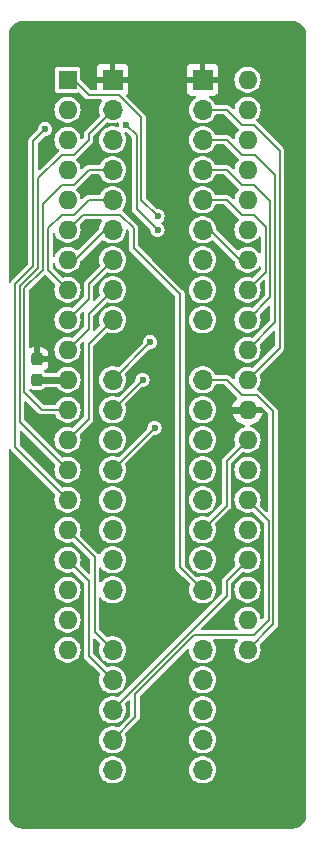
<source format=gbr>
G04 #@! TF.GenerationSoftware,KiCad,Pcbnew,8.0.4+dfsg-1*
G04 #@! TF.CreationDate,2025-03-02T15:38:38+09:00*
G04 #@! TF.ProjectId,bionic-z80,62696f6e-6963-42d7-9a38-302e6b696361,4*
G04 #@! TF.SameCoordinates,Original*
G04 #@! TF.FileFunction,Copper,L2,Bot*
G04 #@! TF.FilePolarity,Positive*
%FSLAX46Y46*%
G04 Gerber Fmt 4.6, Leading zero omitted, Abs format (unit mm)*
G04 Created by KiCad (PCBNEW 8.0.4+dfsg-1) date 2025-03-02 15:38:38*
%MOMM*%
%LPD*%
G01*
G04 APERTURE LIST*
G04 Aperture macros list*
%AMRoundRect*
0 Rectangle with rounded corners*
0 $1 Rounding radius*
0 $2 $3 $4 $5 $6 $7 $8 $9 X,Y pos of 4 corners*
0 Add a 4 corners polygon primitive as box body*
4,1,4,$2,$3,$4,$5,$6,$7,$8,$9,$2,$3,0*
0 Add four circle primitives for the rounded corners*
1,1,$1+$1,$2,$3*
1,1,$1+$1,$4,$5*
1,1,$1+$1,$6,$7*
1,1,$1+$1,$8,$9*
0 Add four rect primitives between the rounded corners*
20,1,$1+$1,$2,$3,$4,$5,0*
20,1,$1+$1,$4,$5,$6,$7,0*
20,1,$1+$1,$6,$7,$8,$9,0*
20,1,$1+$1,$8,$9,$2,$3,0*%
G04 Aperture macros list end*
G04 #@! TA.AperFunction,ComponentPad*
%ADD10O,1.700000X1.700000*%
G04 #@! TD*
G04 #@! TA.AperFunction,ComponentPad*
%ADD11R,1.700000X1.700000*%
G04 #@! TD*
G04 #@! TA.AperFunction,SMDPad,CuDef*
%ADD12RoundRect,0.237500X0.237500X-0.300000X0.237500X0.300000X-0.237500X0.300000X-0.237500X-0.300000X0*%
G04 #@! TD*
G04 #@! TA.AperFunction,ComponentPad*
%ADD13R,1.600000X1.600000*%
G04 #@! TD*
G04 #@! TA.AperFunction,ComponentPad*
%ADD14O,1.600000X1.600000*%
G04 #@! TD*
G04 #@! TA.AperFunction,ViaPad*
%ADD15C,0.600000*%
G04 #@! TD*
G04 #@! TA.AperFunction,Conductor*
%ADD16C,0.200000*%
G04 #@! TD*
G04 #@! TA.AperFunction,Conductor*
%ADD17C,0.600000*%
G04 #@! TD*
G04 #@! TA.AperFunction,Conductor*
%ADD18C,0.800000*%
G04 #@! TD*
G04 APERTURE END LIST*
D10*
X117510000Y-133500000D03*
X117510000Y-130960000D03*
X117510000Y-128420000D03*
X117510000Y-125880000D03*
X117510000Y-123340000D03*
X117510000Y-118260000D03*
X117510000Y-115720000D03*
X117510000Y-113180000D03*
X117510000Y-110640000D03*
X117510000Y-108100000D03*
X117510000Y-105560000D03*
X117510000Y-103020000D03*
X117510000Y-100480000D03*
X117510000Y-95400000D03*
X117510000Y-92860000D03*
X117510000Y-90320000D03*
X117510000Y-87780000D03*
X117510000Y-85240000D03*
X117510000Y-82700000D03*
X117510000Y-80160000D03*
X117510000Y-77620000D03*
D11*
X117510000Y-75080000D03*
X109890000Y-75080000D03*
D10*
X109890000Y-77620000D03*
X109890000Y-80160000D03*
X109890000Y-82700000D03*
X109890000Y-85240000D03*
X109890000Y-87780000D03*
X109890000Y-90320000D03*
X109890000Y-92860000D03*
X109890000Y-95400000D03*
X109890000Y-100480000D03*
X109890000Y-103020000D03*
X109890000Y-105560000D03*
X109890000Y-108100000D03*
X109890000Y-110640000D03*
X109890000Y-113180000D03*
X109890000Y-115720000D03*
X109890000Y-118260000D03*
X109890000Y-123340000D03*
X109890000Y-125880000D03*
X109890000Y-128420000D03*
X109890000Y-130960000D03*
X109890000Y-133500000D03*
D12*
X103489200Y-100478900D03*
X103489200Y-98753900D03*
D13*
X106080000Y-75080000D03*
D14*
X106080000Y-77620000D03*
X106080000Y-80160000D03*
X106080000Y-82700000D03*
X106080000Y-85240000D03*
X106080000Y-87780000D03*
X106080000Y-90320000D03*
X106080000Y-92860000D03*
X106080000Y-95400000D03*
X106080000Y-97940000D03*
X106080000Y-100480000D03*
X106080000Y-103020000D03*
X106080000Y-105560000D03*
X106080000Y-108100000D03*
X106080000Y-110640000D03*
X106080000Y-113180000D03*
X106080000Y-115720000D03*
X106080000Y-118260000D03*
X106080000Y-120800000D03*
X106080000Y-123340000D03*
X121320000Y-123340000D03*
X121320000Y-120800000D03*
X121320000Y-118260000D03*
X121320000Y-115720000D03*
X121320000Y-113180000D03*
X121320000Y-110640000D03*
X121320000Y-108100000D03*
X121320000Y-105560000D03*
X121320000Y-103020000D03*
X121320000Y-100480000D03*
X121320000Y-97940000D03*
X121320000Y-95400000D03*
X121320000Y-92860000D03*
X121320000Y-90320000D03*
X121320000Y-87780000D03*
X121320000Y-85240000D03*
X121320000Y-82700000D03*
X121320000Y-80160000D03*
X121320000Y-77620000D03*
X121320000Y-75080000D03*
D15*
X114462000Y-84732000D03*
X124495000Y-102973173D03*
X102524000Y-71524000D03*
X103540000Y-97051000D03*
X104429000Y-133373000D03*
X119669000Y-103020000D03*
X108747000Y-81430000D03*
X113700000Y-120800000D03*
X113700000Y-110640000D03*
X122590000Y-132357000D03*
X113700000Y-132230000D03*
X106080000Y-127150000D03*
X105064000Y-89050000D03*
X113700000Y-87780000D03*
X111033000Y-78890000D03*
X104175000Y-79271000D03*
X113700000Y-86637000D03*
X113446000Y-104544000D03*
X112430000Y-100480000D03*
X113065000Y-97305000D03*
D16*
X109890000Y-130960000D02*
X111795000Y-129055000D01*
X111795000Y-129055000D02*
X111795000Y-127080686D01*
X123098000Y-120800000D02*
X123098000Y-112418000D01*
X111795000Y-127080686D02*
X116805686Y-122070000D01*
X116805686Y-122070000D02*
X121828000Y-122070000D01*
X121828000Y-122070000D02*
X123098000Y-120800000D01*
X123098000Y-112418000D02*
X121320000Y-110640000D01*
X109890000Y-128420000D02*
X119542000Y-118768000D01*
X119542000Y-118768000D02*
X119542000Y-117498000D01*
X119542000Y-117498000D02*
X121320000Y-115720000D01*
D17*
X103489200Y-100478900D02*
X106078900Y-100478900D01*
D18*
X106078900Y-100478900D02*
X106080000Y-100480000D01*
D17*
X121320000Y-103020000D02*
X119669000Y-103020000D01*
D16*
X111668000Y-89304000D02*
X115605000Y-93241000D01*
X115605000Y-93241000D02*
X115605000Y-116355000D01*
X111668000Y-87653000D02*
X111668000Y-89304000D01*
X106080000Y-87780000D02*
X107350000Y-86510000D01*
X115605000Y-116355000D02*
X117510000Y-118260000D01*
X107350000Y-86510000D02*
X110525000Y-86510000D01*
X110525000Y-86510000D02*
X111668000Y-87653000D01*
X118145000Y-87780000D02*
X117510000Y-87780000D01*
X121320000Y-90320000D02*
X120685000Y-90320000D01*
X120685000Y-90320000D02*
X118145000Y-87780000D01*
X122844000Y-87526000D02*
X122844000Y-91336000D01*
X119542000Y-85240000D02*
X120812000Y-86510000D01*
X122844000Y-91336000D02*
X121320000Y-92860000D01*
X117510000Y-85240000D02*
X119542000Y-85240000D01*
X121828000Y-86510000D02*
X122844000Y-87526000D01*
X120812000Y-86510000D02*
X121828000Y-86510000D01*
X121828000Y-83970000D02*
X123244000Y-85386000D01*
X117510000Y-82700000D02*
X119542000Y-82700000D01*
X123244000Y-85386000D02*
X123244000Y-93476000D01*
X120812000Y-83970000D02*
X121828000Y-83970000D01*
X123244000Y-93476000D02*
X121320000Y-95400000D01*
X119542000Y-82700000D02*
X120812000Y-83970000D01*
X123644000Y-95616000D02*
X121320000Y-97940000D01*
X117510000Y-80160000D02*
X119542000Y-80160000D01*
X121955000Y-81430000D02*
X123644000Y-83119000D01*
X119542000Y-80160000D02*
X120812000Y-81430000D01*
X123644000Y-83119000D02*
X123644000Y-95616000D01*
X120812000Y-81430000D02*
X121955000Y-81430000D01*
X124044000Y-97756000D02*
X121320000Y-100480000D01*
X119542000Y-77620000D02*
X120812000Y-78890000D01*
X124044000Y-81090182D02*
X124044000Y-97756000D01*
X121843818Y-78890000D02*
X124044000Y-81090182D01*
X120812000Y-78890000D02*
X121843818Y-78890000D01*
X117510000Y-77620000D02*
X119542000Y-77620000D01*
X111922000Y-86002000D02*
X111922000Y-79779000D01*
X113700000Y-87780000D02*
X111922000Y-86002000D01*
X111922000Y-79779000D02*
X111033000Y-78890000D01*
X107858000Y-97432000D02*
X107858000Y-103782000D01*
X109890000Y-95400000D02*
X107858000Y-97432000D01*
X107858000Y-103782000D02*
X106080000Y-105560000D01*
X109890000Y-92860000D02*
X107858000Y-94892000D01*
X107858000Y-96162000D02*
X106080000Y-97940000D01*
X107858000Y-94892000D02*
X107858000Y-96162000D01*
X109890000Y-90320000D02*
X107858000Y-92352000D01*
X107858000Y-93622000D02*
X106080000Y-95400000D01*
X107858000Y-92352000D02*
X107858000Y-93622000D01*
X109255000Y-87780000D02*
X106715000Y-90320000D01*
X106715000Y-90320000D02*
X106080000Y-90320000D01*
X109890000Y-87780000D02*
X109255000Y-87780000D01*
X107858000Y-85240000D02*
X106588000Y-86510000D01*
X106588000Y-86510000D02*
X105572000Y-86510000D01*
X105572000Y-86510000D02*
X104429000Y-87653000D01*
X109890000Y-85240000D02*
X107858000Y-85240000D01*
X104429000Y-87653000D02*
X104429000Y-91209000D01*
X104429000Y-91209000D02*
X106080000Y-92860000D01*
X107858000Y-82700000D02*
X106588000Y-83970000D01*
X103968682Y-91199318D02*
X102435000Y-92733000D01*
X103921000Y-103020000D02*
X106080000Y-103020000D01*
X102435000Y-101534000D02*
X103921000Y-103020000D01*
X106588000Y-83970000D02*
X105572000Y-83970000D01*
X105572000Y-83970000D02*
X103968682Y-85573318D01*
X109890000Y-82700000D02*
X107858000Y-82700000D01*
X102435000Y-92733000D02*
X102435000Y-101534000D01*
X103968682Y-85573318D02*
X103968682Y-91199318D01*
X101635000Y-92401628D02*
X101635000Y-106195000D01*
X103168682Y-90867946D02*
X101635000Y-92401628D01*
X101635000Y-106195000D02*
X106080000Y-110640000D01*
X103168682Y-80277318D02*
X103168682Y-90867946D01*
X104175000Y-79271000D02*
X103168682Y-80277318D01*
X107858000Y-79652000D02*
X109890000Y-77620000D01*
X102035000Y-92567314D02*
X103568682Y-91033632D01*
X103568682Y-83433318D02*
X105572000Y-81430000D01*
X105572000Y-81430000D02*
X106588000Y-81430000D01*
X103568682Y-91033632D02*
X103568682Y-83433318D01*
X106588000Y-81430000D02*
X107858000Y-80160000D01*
X107858000Y-80160000D02*
X107858000Y-79652000D01*
X106080000Y-108100000D02*
X102035000Y-104055000D01*
X102035000Y-104055000D02*
X102035000Y-92567314D01*
X119542000Y-111148000D02*
X117510000Y-113180000D01*
X121320000Y-105560000D02*
X119542000Y-107338000D01*
X119542000Y-107338000D02*
X119542000Y-111148000D01*
X112322000Y-85259000D02*
X112322000Y-78274000D01*
X112322000Y-78274000D02*
X110398000Y-76350000D01*
X107858000Y-76350000D02*
X106588000Y-75080000D01*
X113446000Y-104544000D02*
X109890000Y-108100000D01*
X106588000Y-75080000D02*
X106080000Y-75080000D01*
X113700000Y-86637000D02*
X112322000Y-85259000D01*
X110398000Y-76350000D02*
X107858000Y-76350000D01*
X112430000Y-100480000D02*
X109890000Y-103020000D01*
X113065000Y-97305000D02*
X109890000Y-100480000D01*
X107858000Y-123848000D02*
X109890000Y-125880000D01*
X106080000Y-115720000D02*
X107858000Y-117498000D01*
X107858000Y-117498000D02*
X107858000Y-123848000D01*
X106080000Y-113180000D02*
X108366000Y-115466000D01*
X108366000Y-115466000D02*
X108366000Y-121816000D01*
X108366000Y-121816000D02*
X109890000Y-123340000D01*
X119542000Y-100480000D02*
X117510000Y-100480000D01*
X120812000Y-101750000D02*
X119542000Y-100480000D01*
X122082000Y-101750000D02*
X120812000Y-101750000D01*
X123498000Y-121162000D02*
X123498000Y-103166000D01*
X123498000Y-103166000D02*
X122082000Y-101750000D01*
X121320000Y-123340000D02*
X123498000Y-121162000D01*
G04 #@! TA.AperFunction,Conductor*
G36*
X125134309Y-70100877D02*
G01*
X125324457Y-70117512D01*
X125341437Y-70120505D01*
X125521635Y-70168789D01*
X125537839Y-70174687D01*
X125706902Y-70253523D01*
X125721842Y-70262149D01*
X125874641Y-70369140D01*
X125887861Y-70380232D01*
X126019767Y-70512138D01*
X126030859Y-70525358D01*
X126137850Y-70678157D01*
X126146478Y-70693101D01*
X126225308Y-70862151D01*
X126231211Y-70878368D01*
X126279492Y-71058555D01*
X126282488Y-71075550D01*
X126299123Y-71265690D01*
X126299500Y-71274318D01*
X126299500Y-137305681D01*
X126299123Y-137314309D01*
X126282488Y-137504449D01*
X126279492Y-137521444D01*
X126231211Y-137701631D01*
X126225308Y-137717848D01*
X126146478Y-137886898D01*
X126137850Y-137901842D01*
X126030859Y-138054641D01*
X126019767Y-138067861D01*
X125887861Y-138199767D01*
X125874641Y-138210859D01*
X125721842Y-138317850D01*
X125706898Y-138326478D01*
X125537848Y-138405308D01*
X125521631Y-138411211D01*
X125341444Y-138459492D01*
X125324449Y-138462488D01*
X125134309Y-138479123D01*
X125125681Y-138479500D01*
X102274319Y-138479500D01*
X102265691Y-138479123D01*
X102075550Y-138462488D01*
X102058555Y-138459492D01*
X101878368Y-138411211D01*
X101862154Y-138405309D01*
X101693100Y-138326477D01*
X101678157Y-138317850D01*
X101525358Y-138210859D01*
X101512138Y-138199767D01*
X101380232Y-138067861D01*
X101369140Y-138054641D01*
X101262149Y-137901842D01*
X101253523Y-137886902D01*
X101174687Y-137717839D01*
X101168788Y-137701631D01*
X101149843Y-137630926D01*
X101120505Y-137521437D01*
X101117512Y-137504457D01*
X101100877Y-137314309D01*
X101100500Y-137305681D01*
X101100500Y-133500000D01*
X108734571Y-133500000D01*
X108754244Y-133712310D01*
X108812595Y-133917389D01*
X108907634Y-134108255D01*
X109036128Y-134278407D01*
X109036135Y-134278413D01*
X109193692Y-134422047D01*
X109193699Y-134422053D01*
X109297389Y-134486255D01*
X109374981Y-134534298D01*
X109573802Y-134611321D01*
X109783390Y-134650500D01*
X109996610Y-134650500D01*
X110206198Y-134611321D01*
X110405019Y-134534298D01*
X110586302Y-134422052D01*
X110743872Y-134278407D01*
X110872366Y-134108255D01*
X110967405Y-133917389D01*
X111025756Y-133712310D01*
X111045429Y-133500000D01*
X116354571Y-133500000D01*
X116374244Y-133712310D01*
X116432595Y-133917389D01*
X116527634Y-134108255D01*
X116656128Y-134278407D01*
X116656135Y-134278413D01*
X116813692Y-134422047D01*
X116813699Y-134422053D01*
X116917389Y-134486255D01*
X116994981Y-134534298D01*
X117193802Y-134611321D01*
X117403390Y-134650500D01*
X117616610Y-134650500D01*
X117826198Y-134611321D01*
X118025019Y-134534298D01*
X118206302Y-134422052D01*
X118363872Y-134278407D01*
X118492366Y-134108255D01*
X118587405Y-133917389D01*
X118645756Y-133712310D01*
X118665429Y-133500000D01*
X118645756Y-133287690D01*
X118587405Y-133082611D01*
X118492366Y-132891745D01*
X118363872Y-132721593D01*
X118309623Y-132672139D01*
X118206307Y-132577952D01*
X118206300Y-132577946D01*
X118025024Y-132465705D01*
X118025019Y-132465702D01*
X117826195Y-132388678D01*
X117616610Y-132349500D01*
X117403390Y-132349500D01*
X117193804Y-132388678D01*
X116994980Y-132465702D01*
X116994975Y-132465705D01*
X116813699Y-132577946D01*
X116813692Y-132577952D01*
X116656135Y-132721586D01*
X116656131Y-132721589D01*
X116656128Y-132721593D01*
X116656125Y-132721597D01*
X116527635Y-132891743D01*
X116527630Y-132891752D01*
X116432596Y-133082608D01*
X116374244Y-133287688D01*
X116374244Y-133287690D01*
X116354571Y-133500000D01*
X111045429Y-133500000D01*
X111025756Y-133287690D01*
X110967405Y-133082611D01*
X110872366Y-132891745D01*
X110743872Y-132721593D01*
X110689623Y-132672139D01*
X110586307Y-132577952D01*
X110586300Y-132577946D01*
X110405024Y-132465705D01*
X110405019Y-132465702D01*
X110206195Y-132388678D01*
X109996610Y-132349500D01*
X109783390Y-132349500D01*
X109573804Y-132388678D01*
X109374980Y-132465702D01*
X109374975Y-132465705D01*
X109193699Y-132577946D01*
X109193692Y-132577952D01*
X109036135Y-132721586D01*
X109036131Y-132721589D01*
X109036128Y-132721593D01*
X109036125Y-132721597D01*
X108907635Y-132891743D01*
X108907630Y-132891752D01*
X108812596Y-133082608D01*
X108754244Y-133287688D01*
X108754244Y-133287690D01*
X108734571Y-133500000D01*
X101100500Y-133500000D01*
X101100500Y-128420000D01*
X108734571Y-128420000D01*
X108754244Y-128632310D01*
X108812595Y-128837389D01*
X108907634Y-129028255D01*
X109036128Y-129198407D01*
X109106734Y-129262773D01*
X109193692Y-129342047D01*
X109193699Y-129342053D01*
X109297389Y-129406255D01*
X109374981Y-129454298D01*
X109573802Y-129531321D01*
X109783390Y-129570500D01*
X109996610Y-129570500D01*
X110206198Y-129531321D01*
X110405019Y-129454298D01*
X110586302Y-129342052D01*
X110743872Y-129198407D01*
X110872366Y-129028255D01*
X110967405Y-128837389D01*
X111025756Y-128632310D01*
X111045429Y-128420000D01*
X111025756Y-128207690D01*
X110967405Y-128002611D01*
X110967401Y-128002604D01*
X110965752Y-127998344D01*
X110967129Y-127997810D01*
X110959021Y-127943350D01*
X110986649Y-127889742D01*
X111225498Y-127650894D01*
X111280013Y-127623118D01*
X111340445Y-127632689D01*
X111383710Y-127675954D01*
X111394500Y-127720899D01*
X111394500Y-128848098D01*
X111375593Y-128906289D01*
X111365504Y-128918102D01*
X110416673Y-129866932D01*
X110362156Y-129894709D01*
X110310907Y-129889243D01*
X110206198Y-129848679D01*
X110206197Y-129848678D01*
X110206195Y-129848678D01*
X109996610Y-129809500D01*
X109783390Y-129809500D01*
X109573804Y-129848678D01*
X109374980Y-129925702D01*
X109374975Y-129925705D01*
X109193699Y-130037946D01*
X109193692Y-130037952D01*
X109036135Y-130181586D01*
X109036131Y-130181589D01*
X109036128Y-130181593D01*
X109036125Y-130181597D01*
X108907635Y-130351743D01*
X108907630Y-130351752D01*
X108812596Y-130542608D01*
X108754244Y-130747688D01*
X108754244Y-130747690D01*
X108734571Y-130960000D01*
X108754244Y-131172310D01*
X108812595Y-131377389D01*
X108907634Y-131568255D01*
X109036128Y-131738407D01*
X109036135Y-131738413D01*
X109193692Y-131882047D01*
X109193699Y-131882053D01*
X109297389Y-131946255D01*
X109374981Y-131994298D01*
X109573802Y-132071321D01*
X109783390Y-132110500D01*
X109996610Y-132110500D01*
X110206198Y-132071321D01*
X110405019Y-131994298D01*
X110586302Y-131882052D01*
X110743872Y-131738407D01*
X110872366Y-131568255D01*
X110967405Y-131377389D01*
X111025756Y-131172310D01*
X111045429Y-130960000D01*
X116354571Y-130960000D01*
X116374244Y-131172310D01*
X116432595Y-131377389D01*
X116527634Y-131568255D01*
X116656128Y-131738407D01*
X116656135Y-131738413D01*
X116813692Y-131882047D01*
X116813699Y-131882053D01*
X116917389Y-131946255D01*
X116994981Y-131994298D01*
X117193802Y-132071321D01*
X117403390Y-132110500D01*
X117616610Y-132110500D01*
X117826198Y-132071321D01*
X118025019Y-131994298D01*
X118206302Y-131882052D01*
X118363872Y-131738407D01*
X118492366Y-131568255D01*
X118587405Y-131377389D01*
X118645756Y-131172310D01*
X118665429Y-130960000D01*
X118645756Y-130747690D01*
X118587405Y-130542611D01*
X118492366Y-130351745D01*
X118363872Y-130181593D01*
X118309623Y-130132139D01*
X118206307Y-130037952D01*
X118206300Y-130037946D01*
X118025024Y-129925705D01*
X118025019Y-129925702D01*
X117945016Y-129894709D01*
X117826198Y-129848679D01*
X117826197Y-129848678D01*
X117826195Y-129848678D01*
X117616610Y-129809500D01*
X117403390Y-129809500D01*
X117193804Y-129848678D01*
X116994980Y-129925702D01*
X116994975Y-129925705D01*
X116813699Y-130037946D01*
X116813692Y-130037952D01*
X116656135Y-130181586D01*
X116656131Y-130181589D01*
X116656128Y-130181593D01*
X116656125Y-130181597D01*
X116527635Y-130351743D01*
X116527630Y-130351752D01*
X116432596Y-130542608D01*
X116374244Y-130747688D01*
X116374244Y-130747690D01*
X116354571Y-130960000D01*
X111045429Y-130960000D01*
X111025756Y-130747690D01*
X110967405Y-130542611D01*
X110967401Y-130542604D01*
X110965752Y-130538344D01*
X110967132Y-130537809D01*
X110959019Y-130483364D01*
X110986648Y-130429743D01*
X112115480Y-129300913D01*
X112168207Y-129209588D01*
X112195500Y-129107727D01*
X112195500Y-129002273D01*
X112195500Y-128420000D01*
X116354571Y-128420000D01*
X116374244Y-128632310D01*
X116432595Y-128837389D01*
X116527634Y-129028255D01*
X116656128Y-129198407D01*
X116726734Y-129262773D01*
X116813692Y-129342047D01*
X116813699Y-129342053D01*
X116917389Y-129406255D01*
X116994981Y-129454298D01*
X117193802Y-129531321D01*
X117403390Y-129570500D01*
X117616610Y-129570500D01*
X117826198Y-129531321D01*
X118025019Y-129454298D01*
X118206302Y-129342052D01*
X118363872Y-129198407D01*
X118492366Y-129028255D01*
X118587405Y-128837389D01*
X118645756Y-128632310D01*
X118665429Y-128420000D01*
X118645756Y-128207690D01*
X118587405Y-128002611D01*
X118492366Y-127811745D01*
X118363872Y-127641593D01*
X118309623Y-127592139D01*
X118206307Y-127497952D01*
X118206300Y-127497946D01*
X118025024Y-127385705D01*
X118025019Y-127385702D01*
X117945016Y-127354709D01*
X117826198Y-127308679D01*
X117826197Y-127308678D01*
X117826195Y-127308678D01*
X117616610Y-127269500D01*
X117403390Y-127269500D01*
X117193804Y-127308678D01*
X116994980Y-127385702D01*
X116994975Y-127385705D01*
X116813699Y-127497946D01*
X116813692Y-127497952D01*
X116656135Y-127641586D01*
X116656131Y-127641589D01*
X116656128Y-127641593D01*
X116656125Y-127641597D01*
X116527635Y-127811743D01*
X116527630Y-127811752D01*
X116432596Y-128002608D01*
X116374244Y-128207688D01*
X116374244Y-128207690D01*
X116354571Y-128420000D01*
X112195500Y-128420000D01*
X112195500Y-127287586D01*
X112214407Y-127229395D01*
X112224490Y-127217588D01*
X113562078Y-125880000D01*
X116354571Y-125880000D01*
X116374244Y-126092310D01*
X116432595Y-126297389D01*
X116527634Y-126488255D01*
X116656128Y-126658407D01*
X116656135Y-126658413D01*
X116813692Y-126802047D01*
X116813699Y-126802053D01*
X116917389Y-126866255D01*
X116994981Y-126914298D01*
X117193802Y-126991321D01*
X117403390Y-127030500D01*
X117616610Y-127030500D01*
X117826198Y-126991321D01*
X118025019Y-126914298D01*
X118206302Y-126802052D01*
X118363872Y-126658407D01*
X118492366Y-126488255D01*
X118587405Y-126297389D01*
X118645756Y-126092310D01*
X118665429Y-125880000D01*
X118645756Y-125667690D01*
X118587405Y-125462611D01*
X118492366Y-125271745D01*
X118363872Y-125101593D01*
X118309623Y-125052139D01*
X118206307Y-124957952D01*
X118206300Y-124957946D01*
X118025024Y-124845705D01*
X118025019Y-124845702D01*
X117939657Y-124812633D01*
X117826198Y-124768679D01*
X117826197Y-124768678D01*
X117826195Y-124768678D01*
X117616610Y-124729500D01*
X117403390Y-124729500D01*
X117193804Y-124768678D01*
X116994980Y-124845702D01*
X116994975Y-124845705D01*
X116813699Y-124957946D01*
X116813692Y-124957952D01*
X116656135Y-125101586D01*
X116656131Y-125101589D01*
X116656128Y-125101593D01*
X116656125Y-125101597D01*
X116527635Y-125271743D01*
X116527630Y-125271752D01*
X116432596Y-125462608D01*
X116374244Y-125667688D01*
X116374244Y-125667690D01*
X116354571Y-125880000D01*
X113562078Y-125880000D01*
X116186478Y-123255599D01*
X116240993Y-123227824D01*
X116301425Y-123237395D01*
X116344690Y-123280660D01*
X116355058Y-123334732D01*
X116354571Y-123339992D01*
X116354571Y-123339996D01*
X116354571Y-123340000D01*
X116374244Y-123552310D01*
X116432595Y-123757389D01*
X116527634Y-123948255D01*
X116656128Y-124118407D01*
X116656135Y-124118413D01*
X116813692Y-124262047D01*
X116813699Y-124262053D01*
X116917389Y-124326255D01*
X116994981Y-124374298D01*
X117193802Y-124451321D01*
X117403390Y-124490500D01*
X117616610Y-124490500D01*
X117826198Y-124451321D01*
X118025019Y-124374298D01*
X118206302Y-124262052D01*
X118363872Y-124118407D01*
X118492366Y-123948255D01*
X118587405Y-123757389D01*
X118645756Y-123552310D01*
X118665429Y-123340000D01*
X118645756Y-123127690D01*
X118587405Y-122922611D01*
X118492366Y-122731745D01*
X118414896Y-122629159D01*
X118394918Y-122571330D01*
X118412747Y-122512799D01*
X118461573Y-122475927D01*
X118493901Y-122470500D01*
X120398754Y-122470500D01*
X120456945Y-122489407D01*
X120492909Y-122538907D01*
X120492909Y-122600093D01*
X120477760Y-122629155D01*
X120408783Y-122720496D01*
X120380328Y-122758177D01*
X120380323Y-122758186D01*
X120298450Y-122922611D01*
X120289418Y-122940750D01*
X120233603Y-123136917D01*
X120214785Y-123340000D01*
X120233603Y-123543083D01*
X120281409Y-123711103D01*
X120289419Y-123739252D01*
X120369823Y-123900727D01*
X120380327Y-123921821D01*
X120503236Y-124084579D01*
X120653959Y-124221981D01*
X120827363Y-124329348D01*
X121017544Y-124403024D01*
X121218024Y-124440500D01*
X121421976Y-124440500D01*
X121622456Y-124403024D01*
X121812637Y-124329348D01*
X121986041Y-124221981D01*
X122136764Y-124084579D01*
X122259673Y-123921821D01*
X122350582Y-123739250D01*
X122406397Y-123543083D01*
X122425215Y-123340000D01*
X122406397Y-123136917D01*
X122352118Y-122946148D01*
X122354379Y-122885010D01*
X122377333Y-122849058D01*
X123818480Y-121407913D01*
X123833544Y-121381822D01*
X123871205Y-121316592D01*
X123871205Y-121316590D01*
X123871207Y-121316588D01*
X123898500Y-121214727D01*
X123898500Y-121109273D01*
X123898500Y-103113273D01*
X123871207Y-103011413D01*
X123818480Y-102920087D01*
X123743913Y-102845519D01*
X123743913Y-102845520D01*
X122327913Y-101429520D01*
X122327910Y-101429518D01*
X122327909Y-101429517D01*
X122327908Y-101429516D01*
X122236591Y-101376794D01*
X122236587Y-101376792D01*
X122199889Y-101366959D01*
X122148575Y-101333635D01*
X122126649Y-101276514D01*
X122142485Y-101217413D01*
X122146498Y-101211688D01*
X122259673Y-101061821D01*
X122350582Y-100879250D01*
X122406397Y-100683083D01*
X122425215Y-100480000D01*
X122406397Y-100276917D01*
X122352118Y-100086148D01*
X122354379Y-100025010D01*
X122377333Y-99989058D01*
X124289910Y-98076481D01*
X124289913Y-98076480D01*
X124364480Y-98001913D01*
X124390843Y-97956250D01*
X124417207Y-97910588D01*
X124444501Y-97808727D01*
X124444501Y-97703273D01*
X124444501Y-97697211D01*
X124444500Y-97697193D01*
X124444500Y-81037456D01*
X124444500Y-81037455D01*
X124417207Y-80935594D01*
X124417205Y-80935591D01*
X124417205Y-80935589D01*
X124364483Y-80844273D01*
X124364481Y-80844271D01*
X124364480Y-80844269D01*
X122089731Y-78569520D01*
X122089728Y-78569518D01*
X122089724Y-78569514D01*
X122087046Y-78567459D01*
X122085677Y-78565467D01*
X122085142Y-78564932D01*
X122085241Y-78564832D01*
X122052392Y-78517033D01*
X122053997Y-78455869D01*
X122080618Y-78415762D01*
X122136764Y-78364579D01*
X122259673Y-78201821D01*
X122350582Y-78019250D01*
X122406397Y-77823083D01*
X122425215Y-77620000D01*
X122406397Y-77416917D01*
X122350582Y-77220750D01*
X122259673Y-77038179D01*
X122136764Y-76875421D01*
X121986041Y-76738019D01*
X121812637Y-76630652D01*
X121622456Y-76556976D01*
X121622455Y-76556975D01*
X121622453Y-76556975D01*
X121421976Y-76519500D01*
X121218024Y-76519500D01*
X121017546Y-76556975D01*
X120993055Y-76566463D01*
X120827363Y-76630652D01*
X120677881Y-76723207D01*
X120653959Y-76738019D01*
X120503237Y-76875420D01*
X120380328Y-77038177D01*
X120380323Y-77038186D01*
X120289419Y-77220747D01*
X120233603Y-77416917D01*
X120225221Y-77507377D01*
X120201025Y-77563575D01*
X120148417Y-77594818D01*
X120087493Y-77589172D01*
X120056640Y-77568246D01*
X119787913Y-77299520D01*
X119787908Y-77299516D01*
X119696591Y-77246794D01*
X119696593Y-77246794D01*
X119657070Y-77236204D01*
X119594727Y-77219500D01*
X119594725Y-77219500D01*
X118657113Y-77219500D01*
X118598922Y-77200593D01*
X118568492Y-77164628D01*
X118492369Y-77011752D01*
X118492366Y-77011745D01*
X118363872Y-76841593D01*
X118284688Y-76769407D01*
X118206307Y-76697952D01*
X118206300Y-76697946D01*
X118069383Y-76613171D01*
X118029862Y-76566463D01*
X118025343Y-76505444D01*
X118057553Y-76453424D01*
X118114189Y-76430270D01*
X118121500Y-76430000D01*
X118407824Y-76430000D01*
X118467370Y-76423598D01*
X118467381Y-76423596D01*
X118602088Y-76373353D01*
X118602090Y-76373352D01*
X118717184Y-76287192D01*
X118717192Y-76287184D01*
X118803352Y-76172090D01*
X118803353Y-76172088D01*
X118853596Y-76037381D01*
X118853598Y-76037370D01*
X118860000Y-75977824D01*
X118860000Y-75330001D01*
X118859999Y-75330000D01*
X117943012Y-75330000D01*
X117975925Y-75272993D01*
X118010000Y-75145826D01*
X118010000Y-75080000D01*
X120214785Y-75080000D01*
X120233603Y-75283083D01*
X120289418Y-75479250D01*
X120380327Y-75661821D01*
X120503236Y-75824579D01*
X120653959Y-75961981D01*
X120827363Y-76069348D01*
X121017544Y-76143024D01*
X121218024Y-76180500D01*
X121421976Y-76180500D01*
X121622456Y-76143024D01*
X121812637Y-76069348D01*
X121986041Y-75961981D01*
X122136764Y-75824579D01*
X122259673Y-75661821D01*
X122350582Y-75479250D01*
X122406397Y-75283083D01*
X122425215Y-75080000D01*
X122406397Y-74876917D01*
X122350582Y-74680750D01*
X122259673Y-74498179D01*
X122136764Y-74335421D01*
X121986041Y-74198019D01*
X121812637Y-74090652D01*
X121622456Y-74016976D01*
X121622455Y-74016975D01*
X121622453Y-74016975D01*
X121421976Y-73979500D01*
X121218024Y-73979500D01*
X121017546Y-74016975D01*
X120989619Y-74027794D01*
X120827363Y-74090652D01*
X120679548Y-74182175D01*
X120653959Y-74198019D01*
X120503237Y-74335420D01*
X120380328Y-74498177D01*
X120380323Y-74498186D01*
X120289419Y-74680747D01*
X120289418Y-74680750D01*
X120233603Y-74876917D01*
X120214785Y-75080000D01*
X118010000Y-75080000D01*
X118010000Y-75014174D01*
X117975925Y-74887007D01*
X117943012Y-74830000D01*
X118859999Y-74830000D01*
X118860000Y-74829999D01*
X118860000Y-74182175D01*
X118853598Y-74122629D01*
X118853596Y-74122618D01*
X118803353Y-73987911D01*
X118803352Y-73987909D01*
X118717192Y-73872815D01*
X118717184Y-73872807D01*
X118602090Y-73786647D01*
X118602088Y-73786646D01*
X118467381Y-73736403D01*
X118467370Y-73736401D01*
X118407824Y-73730000D01*
X117760001Y-73730000D01*
X117760000Y-73730001D01*
X117760000Y-74646988D01*
X117702993Y-74614075D01*
X117575826Y-74580000D01*
X117444174Y-74580000D01*
X117317007Y-74614075D01*
X117260000Y-74646988D01*
X117260000Y-73730001D01*
X117259999Y-73730000D01*
X116612176Y-73730000D01*
X116552629Y-73736401D01*
X116552618Y-73736403D01*
X116417911Y-73786646D01*
X116417909Y-73786647D01*
X116302815Y-73872807D01*
X116302807Y-73872815D01*
X116216647Y-73987909D01*
X116216646Y-73987911D01*
X116166403Y-74122618D01*
X116166401Y-74122629D01*
X116160000Y-74182175D01*
X116160000Y-74829999D01*
X116160001Y-74830000D01*
X117076988Y-74830000D01*
X117044075Y-74887007D01*
X117010000Y-75014174D01*
X117010000Y-75145826D01*
X117044075Y-75272993D01*
X117076988Y-75330000D01*
X116160001Y-75330000D01*
X116160000Y-75330001D01*
X116160000Y-75977824D01*
X116159999Y-75977824D01*
X116166401Y-76037370D01*
X116166403Y-76037381D01*
X116216646Y-76172088D01*
X116216647Y-76172090D01*
X116302807Y-76287184D01*
X116302815Y-76287192D01*
X116417909Y-76373352D01*
X116417911Y-76373353D01*
X116552618Y-76423596D01*
X116552629Y-76423598D01*
X116612176Y-76430000D01*
X116898500Y-76430000D01*
X116956691Y-76448907D01*
X116992655Y-76498407D01*
X116992655Y-76559593D01*
X116956691Y-76609093D01*
X116950617Y-76613171D01*
X116813699Y-76697946D01*
X116813692Y-76697952D01*
X116656135Y-76841586D01*
X116656131Y-76841589D01*
X116656128Y-76841593D01*
X116656125Y-76841597D01*
X116527635Y-77011743D01*
X116527630Y-77011752D01*
X116432596Y-77202608D01*
X116374244Y-77407688D01*
X116374244Y-77407690D01*
X116354571Y-77620000D01*
X116374244Y-77832310D01*
X116432595Y-78037389D01*
X116527634Y-78228255D01*
X116656128Y-78398407D01*
X116656135Y-78398413D01*
X116813692Y-78542047D01*
X116813699Y-78542053D01*
X116858060Y-78569520D01*
X116994981Y-78654298D01*
X117193802Y-78731321D01*
X117403390Y-78770500D01*
X117616610Y-78770500D01*
X117826198Y-78731321D01*
X118025019Y-78654298D01*
X118206302Y-78542052D01*
X118363872Y-78398407D01*
X118492366Y-78228255D01*
X118568492Y-78075372D01*
X118611354Y-78031710D01*
X118657113Y-78020500D01*
X119335099Y-78020500D01*
X119393290Y-78039407D01*
X119405103Y-78049496D01*
X120566087Y-79210480D01*
X120566089Y-79210481D01*
X120570008Y-79214400D01*
X120597785Y-79268917D01*
X120588214Y-79329349D01*
X120566700Y-79357565D01*
X120503239Y-79415417D01*
X120380328Y-79578177D01*
X120380323Y-79578186D01*
X120298450Y-79742611D01*
X120289418Y-79760750D01*
X120233603Y-79956917D01*
X120226701Y-80031409D01*
X120225221Y-80047377D01*
X120201025Y-80103575D01*
X120148417Y-80134818D01*
X120087493Y-80129172D01*
X120056640Y-80108246D01*
X119787913Y-79839520D01*
X119787908Y-79839516D01*
X119696591Y-79786794D01*
X119696593Y-79786794D01*
X119657070Y-79776204D01*
X119594727Y-79759500D01*
X119594725Y-79759500D01*
X118657113Y-79759500D01*
X118598922Y-79740593D01*
X118568492Y-79704628D01*
X118503367Y-79573839D01*
X118492366Y-79551745D01*
X118363872Y-79381593D01*
X118280642Y-79305718D01*
X118206307Y-79237952D01*
X118206300Y-79237946D01*
X118025024Y-79125705D01*
X118025019Y-79125702D01*
X117950865Y-79096975D01*
X117826198Y-79048679D01*
X117826197Y-79048678D01*
X117826195Y-79048678D01*
X117616610Y-79009500D01*
X117403390Y-79009500D01*
X117193804Y-79048678D01*
X116994980Y-79125702D01*
X116994975Y-79125705D01*
X116813699Y-79237946D01*
X116813692Y-79237952D01*
X116656135Y-79381586D01*
X116656131Y-79381589D01*
X116656128Y-79381593D01*
X116656125Y-79381597D01*
X116527635Y-79551743D01*
X116527630Y-79551752D01*
X116432596Y-79742608D01*
X116374244Y-79947688D01*
X116354571Y-80160000D01*
X116374244Y-80372311D01*
X116383805Y-80405913D01*
X116432595Y-80577389D01*
X116527634Y-80768255D01*
X116656128Y-80938407D01*
X116656135Y-80938413D01*
X116813692Y-81082047D01*
X116813699Y-81082053D01*
X116858057Y-81109518D01*
X116994981Y-81194298D01*
X117193802Y-81271321D01*
X117403390Y-81310500D01*
X117616610Y-81310500D01*
X117826198Y-81271321D01*
X118025019Y-81194298D01*
X118206302Y-81082052D01*
X118363872Y-80938407D01*
X118492366Y-80768255D01*
X118568492Y-80615372D01*
X118611354Y-80571710D01*
X118657113Y-80560500D01*
X119335099Y-80560500D01*
X119393290Y-80579407D01*
X119405103Y-80589496D01*
X120566087Y-81750480D01*
X120566089Y-81750481D01*
X120570008Y-81754400D01*
X120597785Y-81808917D01*
X120588214Y-81869349D01*
X120566700Y-81897565D01*
X120503239Y-81955417D01*
X120380328Y-82118177D01*
X120380323Y-82118186D01*
X120298450Y-82282611D01*
X120289418Y-82300750D01*
X120282008Y-82326793D01*
X120233603Y-82496917D01*
X120225221Y-82587377D01*
X120201025Y-82643575D01*
X120148417Y-82674818D01*
X120087493Y-82669172D01*
X120056640Y-82648246D01*
X119787913Y-82379520D01*
X119787908Y-82379516D01*
X119696591Y-82326794D01*
X119696593Y-82326794D01*
X119645480Y-82313099D01*
X119594727Y-82299500D01*
X119594725Y-82299500D01*
X118657113Y-82299500D01*
X118598922Y-82280593D01*
X118568492Y-82244628D01*
X118492369Y-82091752D01*
X118492366Y-82091745D01*
X118363872Y-81921593D01*
X118279185Y-81844390D01*
X118206307Y-81777952D01*
X118206300Y-81777946D01*
X118025024Y-81665705D01*
X118025019Y-81665702D01*
X117826195Y-81588678D01*
X117616610Y-81549500D01*
X117403390Y-81549500D01*
X117193804Y-81588678D01*
X116994980Y-81665702D01*
X116994975Y-81665705D01*
X116813699Y-81777946D01*
X116813692Y-81777952D01*
X116656135Y-81921586D01*
X116656131Y-81921589D01*
X116656128Y-81921593D01*
X116656125Y-81921597D01*
X116527635Y-82091743D01*
X116527630Y-82091752D01*
X116432596Y-82282608D01*
X116374244Y-82487688D01*
X116374244Y-82487690D01*
X116354571Y-82700000D01*
X116374244Y-82912310D01*
X116432595Y-83117389D01*
X116527634Y-83308255D01*
X116656128Y-83478407D01*
X116726734Y-83542773D01*
X116813692Y-83622047D01*
X116813699Y-83622053D01*
X116858060Y-83649520D01*
X116994981Y-83734298D01*
X117193802Y-83811321D01*
X117403390Y-83850500D01*
X117616610Y-83850500D01*
X117826198Y-83811321D01*
X118025019Y-83734298D01*
X118206302Y-83622052D01*
X118363872Y-83478407D01*
X118492366Y-83308255D01*
X118568492Y-83155372D01*
X118611354Y-83111710D01*
X118657113Y-83100500D01*
X119335099Y-83100500D01*
X119393290Y-83119407D01*
X119405103Y-83129496D01*
X120566087Y-84290480D01*
X120566089Y-84290481D01*
X120570008Y-84294400D01*
X120597785Y-84348917D01*
X120588214Y-84409349D01*
X120566700Y-84437565D01*
X120503239Y-84495417D01*
X120380328Y-84658177D01*
X120380323Y-84658186D01*
X120289419Y-84840747D01*
X120233603Y-85036917D01*
X120225221Y-85127377D01*
X120201025Y-85183575D01*
X120148417Y-85214818D01*
X120087493Y-85209172D01*
X120056640Y-85188246D01*
X119787913Y-84919520D01*
X119787908Y-84919516D01*
X119696591Y-84866794D01*
X119696593Y-84866794D01*
X119654915Y-84855627D01*
X119594727Y-84839500D01*
X119594725Y-84839500D01*
X118657113Y-84839500D01*
X118598922Y-84820593D01*
X118568492Y-84784628D01*
X118556296Y-84760136D01*
X118492366Y-84631745D01*
X118363872Y-84461593D01*
X118279185Y-84384390D01*
X118206307Y-84317952D01*
X118206300Y-84317946D01*
X118025024Y-84205705D01*
X118025019Y-84205702D01*
X117826195Y-84128678D01*
X117616610Y-84089500D01*
X117403390Y-84089500D01*
X117193804Y-84128678D01*
X116994980Y-84205702D01*
X116994975Y-84205705D01*
X116813699Y-84317946D01*
X116813692Y-84317952D01*
X116656135Y-84461586D01*
X116656131Y-84461589D01*
X116656128Y-84461593D01*
X116656125Y-84461597D01*
X116527635Y-84631743D01*
X116527630Y-84631752D01*
X116432596Y-84822608D01*
X116374244Y-85027688D01*
X116354571Y-85240000D01*
X116359366Y-85291753D01*
X116374244Y-85452310D01*
X116432595Y-85657389D01*
X116527634Y-85848255D01*
X116656128Y-86018407D01*
X116718186Y-86074981D01*
X116813692Y-86162047D01*
X116813699Y-86162053D01*
X116858057Y-86189518D01*
X116994981Y-86274298D01*
X117193802Y-86351321D01*
X117403390Y-86390500D01*
X117616610Y-86390500D01*
X117826198Y-86351321D01*
X118025019Y-86274298D01*
X118206302Y-86162052D01*
X118363872Y-86018407D01*
X118492366Y-85848255D01*
X118568492Y-85695372D01*
X118611354Y-85651710D01*
X118657113Y-85640500D01*
X119335099Y-85640500D01*
X119393290Y-85659407D01*
X119405103Y-85669496D01*
X120566087Y-86830480D01*
X120566089Y-86830481D01*
X120570008Y-86834400D01*
X120597785Y-86888917D01*
X120588214Y-86949349D01*
X120566700Y-86977565D01*
X120503239Y-87035417D01*
X120380328Y-87198177D01*
X120380323Y-87198186D01*
X120298450Y-87362611D01*
X120289418Y-87380750D01*
X120233603Y-87576917D01*
X120214785Y-87780000D01*
X120233603Y-87983083D01*
X120289418Y-88179250D01*
X120380327Y-88361821D01*
X120503236Y-88524579D01*
X120653959Y-88661981D01*
X120827363Y-88769348D01*
X121017544Y-88843024D01*
X121218024Y-88880500D01*
X121421976Y-88880500D01*
X121622456Y-88843024D01*
X121812637Y-88769348D01*
X121986041Y-88661981D01*
X122136764Y-88524579D01*
X122259673Y-88361821D01*
X122259682Y-88361801D01*
X122260324Y-88360768D01*
X122260721Y-88360431D01*
X122262431Y-88358168D01*
X122262941Y-88358553D01*
X122307030Y-88321243D01*
X122368048Y-88316719D01*
X122420071Y-88348925D01*
X122443229Y-88405559D01*
X122443500Y-88412878D01*
X122443500Y-89687121D01*
X122424593Y-89745312D01*
X122375093Y-89781276D01*
X122313907Y-89781276D01*
X122264407Y-89745312D01*
X122260329Y-89739239D01*
X122259676Y-89738186D01*
X122259673Y-89738179D01*
X122136764Y-89575421D01*
X121986041Y-89438019D01*
X121812637Y-89330652D01*
X121622456Y-89256976D01*
X121622455Y-89256975D01*
X121622453Y-89256975D01*
X121421976Y-89219500D01*
X121218024Y-89219500D01*
X121017546Y-89256975D01*
X120947632Y-89284059D01*
X120827363Y-89330652D01*
X120718670Y-89397952D01*
X120653956Y-89438021D01*
X120574964Y-89510031D01*
X120519223Y-89535260D01*
X120459297Y-89522907D01*
X120438265Y-89506872D01*
X118686009Y-87754616D01*
X118658232Y-87700099D01*
X118657438Y-87693773D01*
X118645756Y-87567690D01*
X118587405Y-87362611D01*
X118492366Y-87171745D01*
X118363872Y-87001593D01*
X118296132Y-86939839D01*
X118206307Y-86857952D01*
X118206300Y-86857946D01*
X118025024Y-86745705D01*
X118025019Y-86745702D01*
X117826195Y-86668678D01*
X117616610Y-86629500D01*
X117403390Y-86629500D01*
X117193804Y-86668678D01*
X116994980Y-86745702D01*
X116994975Y-86745705D01*
X116813699Y-86857946D01*
X116813692Y-86857952D01*
X116656135Y-87001586D01*
X116656131Y-87001589D01*
X116656128Y-87001593D01*
X116656125Y-87001597D01*
X116527635Y-87171743D01*
X116527630Y-87171752D01*
X116432596Y-87362608D01*
X116374244Y-87567688D01*
X116365436Y-87662742D01*
X116354571Y-87780000D01*
X116374244Y-87992310D01*
X116432595Y-88197389D01*
X116527634Y-88388255D01*
X116656128Y-88558407D01*
X116656135Y-88558413D01*
X116813692Y-88702047D01*
X116813699Y-88702053D01*
X116917389Y-88766255D01*
X116994981Y-88814298D01*
X117193802Y-88891321D01*
X117403390Y-88930500D01*
X117616610Y-88930500D01*
X117826198Y-88891321D01*
X118025019Y-88814298D01*
X118206302Y-88702052D01*
X118290426Y-88625361D01*
X118346166Y-88600131D01*
X118406092Y-88612483D01*
X118427126Y-88628519D01*
X120199331Y-90400724D01*
X120227108Y-90455241D01*
X120227905Y-90461592D01*
X120233603Y-90523084D01*
X120244639Y-90561871D01*
X120289418Y-90719250D01*
X120380327Y-90901821D01*
X120503236Y-91064579D01*
X120653959Y-91201981D01*
X120827363Y-91309348D01*
X121017544Y-91383024D01*
X121218024Y-91420500D01*
X121421976Y-91420500D01*
X121622456Y-91383024D01*
X121812637Y-91309348D01*
X121986041Y-91201981D01*
X122136764Y-91064579D01*
X122259673Y-90901821D01*
X122259682Y-90901801D01*
X122260324Y-90900768D01*
X122260721Y-90900431D01*
X122262431Y-90898168D01*
X122262941Y-90898553D01*
X122307030Y-90861243D01*
X122368048Y-90856719D01*
X122420071Y-90888925D01*
X122443229Y-90945559D01*
X122443500Y-90952878D01*
X122443500Y-91129098D01*
X122424593Y-91187289D01*
X122414504Y-91199102D01*
X121808025Y-91805580D01*
X121753508Y-91833357D01*
X121702259Y-91827891D01*
X121622460Y-91796977D01*
X121622447Y-91796974D01*
X121421976Y-91759500D01*
X121218024Y-91759500D01*
X121017546Y-91796975D01*
X120947632Y-91824059D01*
X120827363Y-91870652D01*
X120718676Y-91937948D01*
X120653959Y-91978019D01*
X120503237Y-92115420D01*
X120380328Y-92278177D01*
X120380323Y-92278186D01*
X120298450Y-92442611D01*
X120289418Y-92460750D01*
X120233603Y-92656917D01*
X120214785Y-92860000D01*
X120233603Y-93063083D01*
X120289418Y-93259250D01*
X120380327Y-93441821D01*
X120503236Y-93604579D01*
X120653959Y-93741981D01*
X120827363Y-93849348D01*
X121017544Y-93923024D01*
X121218024Y-93960500D01*
X121421976Y-93960500D01*
X121622456Y-93923024D01*
X121812637Y-93849348D01*
X121986041Y-93741981D01*
X122136764Y-93604579D01*
X122259673Y-93441821D01*
X122350582Y-93259250D01*
X122406397Y-93063083D01*
X122425215Y-92860000D01*
X122406397Y-92656917D01*
X122352118Y-92466148D01*
X122354379Y-92405010D01*
X122377336Y-92369056D01*
X122674497Y-92071896D01*
X122729013Y-92044119D01*
X122789445Y-92053690D01*
X122832710Y-92096955D01*
X122843500Y-92141900D01*
X122843500Y-93269098D01*
X122824593Y-93327289D01*
X122814504Y-93339102D01*
X121808025Y-94345580D01*
X121753508Y-94373357D01*
X121702259Y-94367891D01*
X121622460Y-94336977D01*
X121622447Y-94336974D01*
X121421976Y-94299500D01*
X121218024Y-94299500D01*
X121017546Y-94336975D01*
X121017541Y-94336977D01*
X120827363Y-94410652D01*
X120718676Y-94477948D01*
X120653959Y-94518019D01*
X120503237Y-94655420D01*
X120380328Y-94818177D01*
X120380323Y-94818186D01*
X120298450Y-94982611D01*
X120289418Y-95000750D01*
X120233603Y-95196917D01*
X120214785Y-95400000D01*
X120233603Y-95603083D01*
X120289418Y-95799250D01*
X120380327Y-95981821D01*
X120503236Y-96144579D01*
X120653959Y-96281981D01*
X120827363Y-96389348D01*
X121017544Y-96463024D01*
X121218024Y-96500500D01*
X121421976Y-96500500D01*
X121622456Y-96463024D01*
X121812637Y-96389348D01*
X121986041Y-96281981D01*
X122136764Y-96144579D01*
X122259673Y-95981821D01*
X122350582Y-95799250D01*
X122406397Y-95603083D01*
X122425215Y-95400000D01*
X122406397Y-95196917D01*
X122352118Y-95006148D01*
X122354379Y-94945010D01*
X122377333Y-94909058D01*
X123074497Y-94211895D01*
X123129013Y-94184119D01*
X123189445Y-94193690D01*
X123232710Y-94236955D01*
X123243500Y-94281900D01*
X123243500Y-95409098D01*
X123224593Y-95467289D01*
X123214504Y-95479102D01*
X121808025Y-96885580D01*
X121753508Y-96913357D01*
X121702259Y-96907891D01*
X121622460Y-96876977D01*
X121622447Y-96876974D01*
X121421976Y-96839500D01*
X121218024Y-96839500D01*
X121017546Y-96876975D01*
X121017541Y-96876977D01*
X120827363Y-96950652D01*
X120744175Y-97002160D01*
X120653959Y-97058019D01*
X120503237Y-97195420D01*
X120380328Y-97358177D01*
X120380323Y-97358186D01*
X120328751Y-97461758D01*
X120289418Y-97540750D01*
X120233603Y-97736917D01*
X120214785Y-97940000D01*
X120233603Y-98143083D01*
X120289418Y-98339250D01*
X120380327Y-98521821D01*
X120503236Y-98684579D01*
X120653959Y-98821981D01*
X120827363Y-98929348D01*
X121017544Y-99003024D01*
X121218024Y-99040500D01*
X121421976Y-99040500D01*
X121622456Y-99003024D01*
X121812637Y-98929348D01*
X121986041Y-98821981D01*
X122136764Y-98684579D01*
X122259673Y-98521821D01*
X122350582Y-98339250D01*
X122406397Y-98143083D01*
X122425215Y-97940000D01*
X122406397Y-97736917D01*
X122352118Y-97546148D01*
X122354379Y-97485010D01*
X122377333Y-97449058D01*
X123474497Y-96351895D01*
X123529013Y-96324119D01*
X123589445Y-96333690D01*
X123632710Y-96376955D01*
X123643500Y-96421900D01*
X123643500Y-97549098D01*
X123624593Y-97607289D01*
X123614504Y-97619102D01*
X121808025Y-99425580D01*
X121753508Y-99453357D01*
X121702259Y-99447891D01*
X121622460Y-99416977D01*
X121622447Y-99416974D01*
X121421976Y-99379500D01*
X121218024Y-99379500D01*
X121017546Y-99416975D01*
X121017541Y-99416977D01*
X120827363Y-99490652D01*
X120653959Y-99598019D01*
X120503236Y-99735421D01*
X120493661Y-99748100D01*
X120380328Y-99898177D01*
X120380323Y-99898186D01*
X120289419Y-100080747D01*
X120233603Y-100276917D01*
X120225221Y-100367377D01*
X120201025Y-100423575D01*
X120148417Y-100454818D01*
X120087493Y-100449172D01*
X120056640Y-100428246D01*
X119787913Y-100159520D01*
X119787908Y-100159516D01*
X119696591Y-100106794D01*
X119696593Y-100106794D01*
X119657070Y-100096204D01*
X119594727Y-100079500D01*
X119594725Y-100079500D01*
X118657113Y-100079500D01*
X118598922Y-100060593D01*
X118568492Y-100024628D01*
X118503924Y-99894957D01*
X118492366Y-99871745D01*
X118363872Y-99701593D01*
X118292298Y-99636344D01*
X118206307Y-99557952D01*
X118206300Y-99557946D01*
X118025024Y-99445705D01*
X118025019Y-99445702D01*
X117973078Y-99425580D01*
X117826198Y-99368679D01*
X117826197Y-99368678D01*
X117826195Y-99368678D01*
X117616610Y-99329500D01*
X117403390Y-99329500D01*
X117193804Y-99368678D01*
X116994980Y-99445702D01*
X116994975Y-99445705D01*
X116813699Y-99557946D01*
X116813692Y-99557952D01*
X116656135Y-99701586D01*
X116656131Y-99701589D01*
X116656128Y-99701593D01*
X116656125Y-99701597D01*
X116527635Y-99871743D01*
X116527630Y-99871752D01*
X116432596Y-100062608D01*
X116374244Y-100267688D01*
X116365007Y-100367377D01*
X116354571Y-100480000D01*
X116374244Y-100692310D01*
X116432595Y-100897389D01*
X116527634Y-101088255D01*
X116656128Y-101258407D01*
X116702921Y-101301065D01*
X116813692Y-101402047D01*
X116813699Y-101402053D01*
X116858055Y-101429517D01*
X116994981Y-101514298D01*
X117193802Y-101591321D01*
X117403390Y-101630500D01*
X117616610Y-101630500D01*
X117826198Y-101591321D01*
X118025019Y-101514298D01*
X118206302Y-101402052D01*
X118363872Y-101258407D01*
X118492366Y-101088255D01*
X118568492Y-100935372D01*
X118611354Y-100891710D01*
X118657113Y-100880500D01*
X119335099Y-100880500D01*
X119393290Y-100899407D01*
X119405103Y-100909496D01*
X120428561Y-101932954D01*
X120456338Y-101987471D01*
X120446767Y-102047903D01*
X120428561Y-102072962D01*
X120320334Y-102181188D01*
X120189865Y-102367518D01*
X120093733Y-102573676D01*
X120041128Y-102770000D01*
X121004314Y-102770000D01*
X120999920Y-102774394D01*
X120947259Y-102865606D01*
X120920000Y-102967339D01*
X120920000Y-103072661D01*
X120947259Y-103174394D01*
X120999920Y-103265606D01*
X121004314Y-103270000D01*
X120041128Y-103270000D01*
X120093733Y-103466323D01*
X120189865Y-103672481D01*
X120320334Y-103858811D01*
X120481188Y-104019665D01*
X120667518Y-104150134D01*
X120873675Y-104246266D01*
X121062848Y-104296955D01*
X121114162Y-104330279D01*
X121136089Y-104387401D01*
X121120254Y-104446501D01*
X121072704Y-104485006D01*
X121055417Y-104489896D01*
X121017545Y-104496975D01*
X120923633Y-104533357D01*
X120827363Y-104570652D01*
X120718676Y-104637948D01*
X120653959Y-104678019D01*
X120503237Y-104815420D01*
X120380328Y-104978177D01*
X120380323Y-104978186D01*
X120294322Y-105150901D01*
X120289418Y-105160750D01*
X120233603Y-105356917D01*
X120214785Y-105560000D01*
X120233603Y-105763083D01*
X120236229Y-105772311D01*
X120287880Y-105953845D01*
X120285619Y-106014989D01*
X120262663Y-106050941D01*
X119221520Y-107092086D01*
X119221516Y-107092091D01*
X119168793Y-107183411D01*
X119168792Y-107183411D01*
X119168793Y-107183412D01*
X119141500Y-107285273D01*
X119141500Y-110941098D01*
X119122593Y-110999289D01*
X119112504Y-111011102D01*
X118036673Y-112086932D01*
X117982156Y-112114709D01*
X117930907Y-112109243D01*
X117826198Y-112068679D01*
X117826197Y-112068678D01*
X117826195Y-112068678D01*
X117616610Y-112029500D01*
X117403390Y-112029500D01*
X117193804Y-112068678D01*
X116994980Y-112145702D01*
X116994975Y-112145705D01*
X116813699Y-112257946D01*
X116813692Y-112257952D01*
X116656135Y-112401586D01*
X116656131Y-112401589D01*
X116656128Y-112401593D01*
X116656125Y-112401597D01*
X116527635Y-112571743D01*
X116527630Y-112571752D01*
X116432596Y-112762608D01*
X116374244Y-112967688D01*
X116374244Y-112967690D01*
X116354571Y-113180000D01*
X116374244Y-113392310D01*
X116432595Y-113597389D01*
X116527634Y-113788255D01*
X116656128Y-113958407D01*
X116656135Y-113958413D01*
X116813692Y-114102047D01*
X116813699Y-114102053D01*
X116917389Y-114166255D01*
X116994981Y-114214298D01*
X117193802Y-114291321D01*
X117403390Y-114330500D01*
X117616610Y-114330500D01*
X117826198Y-114291321D01*
X118025019Y-114214298D01*
X118206302Y-114102052D01*
X118363872Y-113958407D01*
X118492366Y-113788255D01*
X118587405Y-113597389D01*
X118645756Y-113392310D01*
X118665429Y-113180000D01*
X120214785Y-113180000D01*
X120233603Y-113383083D01*
X120289418Y-113579250D01*
X120380327Y-113761821D01*
X120503236Y-113924579D01*
X120653959Y-114061981D01*
X120827363Y-114169348D01*
X121017544Y-114243024D01*
X121218024Y-114280500D01*
X121421976Y-114280500D01*
X121622456Y-114243024D01*
X121812637Y-114169348D01*
X121986041Y-114061981D01*
X122136764Y-113924579D01*
X122259673Y-113761821D01*
X122350582Y-113579250D01*
X122406397Y-113383083D01*
X122425215Y-113180000D01*
X122406397Y-112976917D01*
X122350582Y-112780750D01*
X122259673Y-112598179D01*
X122136764Y-112435421D01*
X121986041Y-112298019D01*
X121812637Y-112190652D01*
X121622456Y-112116976D01*
X121622455Y-112116975D01*
X121622453Y-112116975D01*
X121421976Y-112079500D01*
X121218024Y-112079500D01*
X121017546Y-112116975D01*
X120977353Y-112132546D01*
X120827363Y-112190652D01*
X120718676Y-112257948D01*
X120653959Y-112298019D01*
X120503237Y-112435420D01*
X120380328Y-112598177D01*
X120380323Y-112598186D01*
X120298450Y-112762611D01*
X120289418Y-112780750D01*
X120233603Y-112976917D01*
X120214785Y-113180000D01*
X118665429Y-113180000D01*
X118645756Y-112967690D01*
X118587405Y-112762611D01*
X118587401Y-112762604D01*
X118585752Y-112758344D01*
X118587132Y-112757809D01*
X118579019Y-112703364D01*
X118606648Y-112649743D01*
X119862480Y-111393913D01*
X119915207Y-111302588D01*
X119942500Y-111200727D01*
X119942500Y-111095273D01*
X119942500Y-108100000D01*
X120214785Y-108100000D01*
X120233603Y-108303083D01*
X120289418Y-108499250D01*
X120380327Y-108681821D01*
X120503236Y-108844579D01*
X120653959Y-108981981D01*
X120827363Y-109089348D01*
X121017544Y-109163024D01*
X121218024Y-109200500D01*
X121421976Y-109200500D01*
X121622456Y-109163024D01*
X121812637Y-109089348D01*
X121986041Y-108981981D01*
X122136764Y-108844579D01*
X122259673Y-108681821D01*
X122350582Y-108499250D01*
X122406397Y-108303083D01*
X122425215Y-108100000D01*
X122406397Y-107896917D01*
X122350582Y-107700750D01*
X122259673Y-107518179D01*
X122136764Y-107355421D01*
X121986041Y-107218019D01*
X121812637Y-107110652D01*
X121622456Y-107036976D01*
X121622455Y-107036975D01*
X121622453Y-107036975D01*
X121421976Y-106999500D01*
X121218024Y-106999500D01*
X121017546Y-107036975D01*
X120995334Y-107045580D01*
X120827363Y-107110652D01*
X120709850Y-107183413D01*
X120653959Y-107218019D01*
X120503237Y-107355420D01*
X120380328Y-107518177D01*
X120380323Y-107518186D01*
X120298450Y-107682611D01*
X120289418Y-107700750D01*
X120233603Y-107896917D01*
X120214785Y-108100000D01*
X119942500Y-108100000D01*
X119942500Y-107544899D01*
X119961407Y-107486708D01*
X119971490Y-107474901D01*
X120831974Y-106614416D01*
X120886489Y-106586641D01*
X120937738Y-106592106D01*
X121017544Y-106623024D01*
X121218024Y-106660500D01*
X121421976Y-106660500D01*
X121622456Y-106623024D01*
X121812637Y-106549348D01*
X121986041Y-106441981D01*
X122136764Y-106304579D01*
X122259673Y-106141821D01*
X122350582Y-105959250D01*
X122406397Y-105763083D01*
X122425215Y-105560000D01*
X122406397Y-105356917D01*
X122350582Y-105160750D01*
X122259673Y-104978179D01*
X122136764Y-104815421D01*
X121986041Y-104678019D01*
X121812637Y-104570652D01*
X121644666Y-104505580D01*
X121622454Y-104496975D01*
X121584582Y-104489896D01*
X121530857Y-104460618D01*
X121504601Y-104405352D01*
X121515844Y-104345209D01*
X121560292Y-104303160D01*
X121577151Y-104296955D01*
X121766324Y-104246266D01*
X121972481Y-104150134D01*
X122158811Y-104019665D01*
X122319665Y-103858811D01*
X122450134Y-103672481D01*
X122546266Y-103466323D01*
X122598872Y-103270000D01*
X121635686Y-103270000D01*
X121640080Y-103265606D01*
X121692741Y-103174394D01*
X121720000Y-103072661D01*
X121720000Y-102967339D01*
X121692741Y-102865606D01*
X121640080Y-102774394D01*
X121635686Y-102770000D01*
X122494599Y-102770000D01*
X122552790Y-102788907D01*
X122564603Y-102798996D01*
X123068504Y-103302897D01*
X123096281Y-103357414D01*
X123097500Y-103372901D01*
X123097500Y-111612099D01*
X123078593Y-111670290D01*
X123029093Y-111706254D01*
X122967907Y-111706254D01*
X122928496Y-111682103D01*
X122377336Y-111130943D01*
X122349559Y-111076426D01*
X122352118Y-111033848D01*
X122406397Y-110843083D01*
X122425215Y-110640000D01*
X122406397Y-110436917D01*
X122350582Y-110240750D01*
X122259673Y-110058179D01*
X122136764Y-109895421D01*
X121986041Y-109758019D01*
X121812637Y-109650652D01*
X121622456Y-109576976D01*
X121622455Y-109576975D01*
X121622453Y-109576975D01*
X121421976Y-109539500D01*
X121218024Y-109539500D01*
X121017546Y-109576975D01*
X120995334Y-109585580D01*
X120827363Y-109650652D01*
X120718676Y-109717948D01*
X120653959Y-109758019D01*
X120503237Y-109895420D01*
X120380328Y-110058177D01*
X120380323Y-110058186D01*
X120298450Y-110222611D01*
X120289418Y-110240750D01*
X120233603Y-110436917D01*
X120214785Y-110640000D01*
X120233603Y-110843083D01*
X120287880Y-111033846D01*
X120289419Y-111039252D01*
X120369823Y-111200727D01*
X120380327Y-111221821D01*
X120503236Y-111384579D01*
X120653959Y-111521981D01*
X120827363Y-111629348D01*
X121017544Y-111703024D01*
X121218024Y-111740500D01*
X121421976Y-111740500D01*
X121622456Y-111703024D01*
X121702258Y-111672107D01*
X121763350Y-111668717D01*
X121808026Y-111694418D01*
X122668504Y-112554896D01*
X122696281Y-112609413D01*
X122697500Y-112624900D01*
X122697500Y-120593099D01*
X122678593Y-120651290D01*
X122668503Y-120663103D01*
X122583359Y-120748246D01*
X122528842Y-120776023D01*
X122468410Y-120766451D01*
X122425146Y-120723187D01*
X122414779Y-120687381D01*
X122406397Y-120596917D01*
X122350582Y-120400750D01*
X122259673Y-120218179D01*
X122136764Y-120055421D01*
X121986041Y-119918019D01*
X121812637Y-119810652D01*
X121622456Y-119736976D01*
X121622455Y-119736975D01*
X121622453Y-119736975D01*
X121421976Y-119699500D01*
X121218024Y-119699500D01*
X121017546Y-119736975D01*
X120947632Y-119764059D01*
X120827363Y-119810652D01*
X120653959Y-119918019D01*
X120503237Y-120055420D01*
X120380328Y-120218177D01*
X120380323Y-120218186D01*
X120289419Y-120400747D01*
X120289418Y-120400750D01*
X120233603Y-120596917D01*
X120214785Y-120800000D01*
X120233603Y-121003083D01*
X120289418Y-121199250D01*
X120380327Y-121381821D01*
X120477759Y-121510842D01*
X120497737Y-121568670D01*
X120479908Y-121627201D01*
X120431082Y-121664073D01*
X120398754Y-121669500D01*
X117445901Y-121669500D01*
X117387710Y-121650593D01*
X117351746Y-121601093D01*
X117351746Y-121539907D01*
X117375897Y-121500496D01*
X117959136Y-120917257D01*
X119862480Y-119013913D01*
X119915207Y-118922588D01*
X119942500Y-118820727D01*
X119942500Y-118715273D01*
X119942500Y-118260000D01*
X120214785Y-118260000D01*
X120233603Y-118463083D01*
X120281409Y-118631102D01*
X120289419Y-118659252D01*
X120369823Y-118820727D01*
X120380327Y-118841821D01*
X120503236Y-119004579D01*
X120653959Y-119141981D01*
X120827363Y-119249348D01*
X121017544Y-119323024D01*
X121218024Y-119360500D01*
X121421976Y-119360500D01*
X121622456Y-119323024D01*
X121812637Y-119249348D01*
X121986041Y-119141981D01*
X122136764Y-119004579D01*
X122259673Y-118841821D01*
X122350582Y-118659250D01*
X122406397Y-118463083D01*
X122425215Y-118260000D01*
X122406397Y-118056917D01*
X122350582Y-117860750D01*
X122259673Y-117678179D01*
X122136764Y-117515421D01*
X121986041Y-117378019D01*
X121812637Y-117270652D01*
X121622456Y-117196976D01*
X121622455Y-117196975D01*
X121622453Y-117196975D01*
X121421976Y-117159500D01*
X121218024Y-117159500D01*
X121017546Y-117196975D01*
X120977353Y-117212546D01*
X120827363Y-117270652D01*
X120709850Y-117343413D01*
X120653959Y-117378019D01*
X120503237Y-117515420D01*
X120380328Y-117678177D01*
X120380323Y-117678186D01*
X120298450Y-117842611D01*
X120289418Y-117860750D01*
X120233603Y-118056917D01*
X120214785Y-118260000D01*
X119942500Y-118260000D01*
X119942500Y-117704899D01*
X119961407Y-117646708D01*
X119971490Y-117634901D01*
X120831974Y-116774416D01*
X120886489Y-116746641D01*
X120937738Y-116752106D01*
X121017544Y-116783024D01*
X121218024Y-116820500D01*
X121421976Y-116820500D01*
X121622456Y-116783024D01*
X121812637Y-116709348D01*
X121986041Y-116601981D01*
X122136764Y-116464579D01*
X122259673Y-116301821D01*
X122350582Y-116119250D01*
X122406397Y-115923083D01*
X122425215Y-115720000D01*
X122406397Y-115516917D01*
X122350582Y-115320750D01*
X122259673Y-115138179D01*
X122136764Y-114975421D01*
X121986041Y-114838019D01*
X121812637Y-114730652D01*
X121622456Y-114656976D01*
X121622455Y-114656975D01*
X121622453Y-114656975D01*
X121421976Y-114619500D01*
X121218024Y-114619500D01*
X121017546Y-114656975D01*
X120947632Y-114684059D01*
X120827363Y-114730652D01*
X120718676Y-114797948D01*
X120653959Y-114838019D01*
X120503237Y-114975420D01*
X120380328Y-115138177D01*
X120380323Y-115138186D01*
X120294067Y-115311413D01*
X120289418Y-115320750D01*
X120233603Y-115516917D01*
X120214785Y-115720000D01*
X120233603Y-115923083D01*
X120236229Y-115932311D01*
X120287880Y-116113845D01*
X120285619Y-116174989D01*
X120262663Y-116210941D01*
X119221520Y-117252086D01*
X119221516Y-117252091D01*
X119168793Y-117343411D01*
X119168792Y-117343411D01*
X119168793Y-117343412D01*
X119141500Y-117445273D01*
X119141500Y-118561098D01*
X119122593Y-118619289D01*
X119112504Y-118631102D01*
X110416673Y-127326932D01*
X110362156Y-127354709D01*
X110310907Y-127349243D01*
X110206198Y-127308679D01*
X110206197Y-127308678D01*
X110206195Y-127308678D01*
X109996610Y-127269500D01*
X109783390Y-127269500D01*
X109573804Y-127308678D01*
X109374980Y-127385702D01*
X109374975Y-127385705D01*
X109193699Y-127497946D01*
X109193692Y-127497952D01*
X109036135Y-127641586D01*
X109036131Y-127641589D01*
X109036128Y-127641593D01*
X109036125Y-127641597D01*
X108907635Y-127811743D01*
X108907630Y-127811752D01*
X108812596Y-128002608D01*
X108754244Y-128207688D01*
X108754244Y-128207690D01*
X108734571Y-128420000D01*
X101100500Y-128420000D01*
X101100500Y-123340000D01*
X104974785Y-123340000D01*
X104993603Y-123543083D01*
X105041409Y-123711103D01*
X105049419Y-123739252D01*
X105129823Y-123900727D01*
X105140327Y-123921821D01*
X105263236Y-124084579D01*
X105413959Y-124221981D01*
X105587363Y-124329348D01*
X105777544Y-124403024D01*
X105978024Y-124440500D01*
X106181976Y-124440500D01*
X106382456Y-124403024D01*
X106572637Y-124329348D01*
X106746041Y-124221981D01*
X106896764Y-124084579D01*
X107019673Y-123921821D01*
X107110582Y-123739250D01*
X107166397Y-123543083D01*
X107185215Y-123340000D01*
X107166397Y-123136917D01*
X107110582Y-122940750D01*
X107019673Y-122758179D01*
X106896764Y-122595421D01*
X106746041Y-122458019D01*
X106572637Y-122350652D01*
X106382456Y-122276976D01*
X106382455Y-122276975D01*
X106382453Y-122276975D01*
X106181976Y-122239500D01*
X105978024Y-122239500D01*
X105777546Y-122276975D01*
X105737353Y-122292546D01*
X105587363Y-122350652D01*
X105478676Y-122417948D01*
X105413959Y-122458019D01*
X105263237Y-122595420D01*
X105140328Y-122758177D01*
X105140323Y-122758186D01*
X105058450Y-122922611D01*
X105049418Y-122940750D01*
X104993603Y-123136917D01*
X104974785Y-123340000D01*
X101100500Y-123340000D01*
X101100500Y-120800000D01*
X104974785Y-120800000D01*
X104993603Y-121003083D01*
X105049418Y-121199250D01*
X105140327Y-121381821D01*
X105263236Y-121544579D01*
X105413959Y-121681981D01*
X105587363Y-121789348D01*
X105777544Y-121863024D01*
X105978024Y-121900500D01*
X106181976Y-121900500D01*
X106382456Y-121863024D01*
X106572637Y-121789348D01*
X106746041Y-121681981D01*
X106896764Y-121544579D01*
X107019673Y-121381821D01*
X107110582Y-121199250D01*
X107166397Y-121003083D01*
X107185215Y-120800000D01*
X107166397Y-120596917D01*
X107110582Y-120400750D01*
X107019673Y-120218179D01*
X106896764Y-120055421D01*
X106746041Y-119918019D01*
X106572637Y-119810652D01*
X106382456Y-119736976D01*
X106382455Y-119736975D01*
X106382453Y-119736975D01*
X106181976Y-119699500D01*
X105978024Y-119699500D01*
X105777546Y-119736975D01*
X105707632Y-119764059D01*
X105587363Y-119810652D01*
X105413959Y-119918019D01*
X105263237Y-120055420D01*
X105140328Y-120218177D01*
X105140323Y-120218186D01*
X105049419Y-120400747D01*
X105049418Y-120400750D01*
X104993603Y-120596917D01*
X104974785Y-120800000D01*
X101100500Y-120800000D01*
X101100500Y-118260000D01*
X104974785Y-118260000D01*
X104993603Y-118463083D01*
X105041409Y-118631102D01*
X105049419Y-118659252D01*
X105129823Y-118820727D01*
X105140327Y-118841821D01*
X105263236Y-119004579D01*
X105413959Y-119141981D01*
X105587363Y-119249348D01*
X105777544Y-119323024D01*
X105978024Y-119360500D01*
X106181976Y-119360500D01*
X106382456Y-119323024D01*
X106572637Y-119249348D01*
X106746041Y-119141981D01*
X106896764Y-119004579D01*
X107019673Y-118841821D01*
X107110582Y-118659250D01*
X107166397Y-118463083D01*
X107185215Y-118260000D01*
X107166397Y-118056917D01*
X107110582Y-117860750D01*
X107019673Y-117678179D01*
X106896764Y-117515421D01*
X106746041Y-117378019D01*
X106572637Y-117270652D01*
X106382456Y-117196976D01*
X106382455Y-117196975D01*
X106382453Y-117196975D01*
X106181976Y-117159500D01*
X105978024Y-117159500D01*
X105777546Y-117196975D01*
X105737353Y-117212546D01*
X105587363Y-117270652D01*
X105469850Y-117343413D01*
X105413959Y-117378019D01*
X105263237Y-117515420D01*
X105140328Y-117678177D01*
X105140323Y-117678186D01*
X105058450Y-117842611D01*
X105049418Y-117860750D01*
X104993603Y-118056917D01*
X104974785Y-118260000D01*
X101100500Y-118260000D01*
X101100500Y-113180000D01*
X104974785Y-113180000D01*
X104993603Y-113383083D01*
X105049418Y-113579250D01*
X105140327Y-113761821D01*
X105263236Y-113924579D01*
X105413959Y-114061981D01*
X105587363Y-114169348D01*
X105777544Y-114243024D01*
X105978024Y-114280500D01*
X106181976Y-114280500D01*
X106382456Y-114243024D01*
X106462259Y-114212107D01*
X106523351Y-114208718D01*
X106568026Y-114234419D01*
X107936504Y-115602897D01*
X107964281Y-115657414D01*
X107965500Y-115672901D01*
X107965500Y-116800099D01*
X107946593Y-116858290D01*
X107897093Y-116894254D01*
X107835907Y-116894254D01*
X107796496Y-116870103D01*
X107137336Y-116210943D01*
X107109559Y-116156426D01*
X107112118Y-116113848D01*
X107166397Y-115923083D01*
X107185215Y-115720000D01*
X107166397Y-115516917D01*
X107110582Y-115320750D01*
X107019673Y-115138179D01*
X106896764Y-114975421D01*
X106746041Y-114838019D01*
X106572637Y-114730652D01*
X106382456Y-114656976D01*
X106382455Y-114656975D01*
X106382453Y-114656975D01*
X106181976Y-114619500D01*
X105978024Y-114619500D01*
X105777546Y-114656975D01*
X105707632Y-114684059D01*
X105587363Y-114730652D01*
X105478676Y-114797948D01*
X105413959Y-114838019D01*
X105263237Y-114975420D01*
X105140328Y-115138177D01*
X105140323Y-115138186D01*
X105054067Y-115311413D01*
X105049418Y-115320750D01*
X104993603Y-115516917D01*
X104974785Y-115720000D01*
X104993603Y-115923083D01*
X105049418Y-116119250D01*
X105140327Y-116301821D01*
X105263236Y-116464579D01*
X105413959Y-116601981D01*
X105587363Y-116709348D01*
X105777544Y-116783024D01*
X105978024Y-116820500D01*
X106181976Y-116820500D01*
X106382456Y-116783024D01*
X106462258Y-116752107D01*
X106523350Y-116748717D01*
X106568026Y-116774418D01*
X107428504Y-117634896D01*
X107456281Y-117689413D01*
X107457500Y-117704899D01*
X107457500Y-123795273D01*
X107457500Y-123900727D01*
X107470233Y-123948247D01*
X107484794Y-124002592D01*
X107537516Y-124093908D01*
X107537517Y-124093909D01*
X107537518Y-124093910D01*
X107537520Y-124093913D01*
X108173107Y-124729500D01*
X108793348Y-125349741D01*
X108821125Y-125404258D01*
X108812904Y-125457818D01*
X108814249Y-125458339D01*
X108812598Y-125462598D01*
X108754244Y-125667688D01*
X108754244Y-125667690D01*
X108734571Y-125880000D01*
X108754244Y-126092310D01*
X108812595Y-126297389D01*
X108907634Y-126488255D01*
X109036128Y-126658407D01*
X109036135Y-126658413D01*
X109193692Y-126802047D01*
X109193699Y-126802053D01*
X109297389Y-126866255D01*
X109374981Y-126914298D01*
X109573802Y-126991321D01*
X109783390Y-127030500D01*
X109996610Y-127030500D01*
X110206198Y-126991321D01*
X110405019Y-126914298D01*
X110586302Y-126802052D01*
X110743872Y-126658407D01*
X110872366Y-126488255D01*
X110967405Y-126297389D01*
X111025756Y-126092310D01*
X111045429Y-125880000D01*
X111025756Y-125667690D01*
X110967405Y-125462611D01*
X110872366Y-125271745D01*
X110743872Y-125101593D01*
X110689623Y-125052139D01*
X110586307Y-124957952D01*
X110586300Y-124957946D01*
X110405024Y-124845705D01*
X110405019Y-124845702D01*
X110319657Y-124812633D01*
X110206198Y-124768679D01*
X110206197Y-124768678D01*
X110206195Y-124768678D01*
X109996610Y-124729500D01*
X109783390Y-124729500D01*
X109573802Y-124768678D01*
X109469091Y-124809243D01*
X109408000Y-124812633D01*
X109363325Y-124786932D01*
X108287496Y-123711103D01*
X108259719Y-123656586D01*
X108258500Y-123641099D01*
X108258500Y-122513901D01*
X108277407Y-122455710D01*
X108326907Y-122419746D01*
X108388093Y-122419746D01*
X108427504Y-122443897D01*
X108793348Y-122809741D01*
X108821125Y-122864258D01*
X108812904Y-122917818D01*
X108814249Y-122918339D01*
X108812598Y-122922598D01*
X108754244Y-123127688D01*
X108735059Y-123334732D01*
X108734571Y-123340000D01*
X108754244Y-123552310D01*
X108812595Y-123757389D01*
X108907634Y-123948255D01*
X109036128Y-124118407D01*
X109036135Y-124118413D01*
X109193692Y-124262047D01*
X109193699Y-124262053D01*
X109297389Y-124326255D01*
X109374981Y-124374298D01*
X109573802Y-124451321D01*
X109783390Y-124490500D01*
X109996610Y-124490500D01*
X110206198Y-124451321D01*
X110405019Y-124374298D01*
X110586302Y-124262052D01*
X110743872Y-124118407D01*
X110872366Y-123948255D01*
X110967405Y-123757389D01*
X111025756Y-123552310D01*
X111045429Y-123340000D01*
X111025756Y-123127690D01*
X110967405Y-122922611D01*
X110872366Y-122731745D01*
X110743872Y-122561593D01*
X110649902Y-122475927D01*
X110586307Y-122417952D01*
X110586300Y-122417946D01*
X110405024Y-122305705D01*
X110405019Y-122305702D01*
X110319657Y-122272633D01*
X110206198Y-122228679D01*
X110206197Y-122228678D01*
X110206195Y-122228678D01*
X109996610Y-122189500D01*
X109783390Y-122189500D01*
X109573802Y-122228678D01*
X109469091Y-122269243D01*
X109408000Y-122272633D01*
X109363325Y-122246932D01*
X108795496Y-121679103D01*
X108767719Y-121624586D01*
X108766500Y-121609099D01*
X108766500Y-118976738D01*
X108785407Y-118918547D01*
X108834907Y-118882583D01*
X108896093Y-118882583D01*
X108944501Y-118917075D01*
X109036128Y-119038407D01*
X109036135Y-119038413D01*
X109193692Y-119182047D01*
X109193699Y-119182053D01*
X109297389Y-119246255D01*
X109374981Y-119294298D01*
X109573802Y-119371321D01*
X109783390Y-119410500D01*
X109996610Y-119410500D01*
X110206198Y-119371321D01*
X110405019Y-119294298D01*
X110586302Y-119182052D01*
X110743872Y-119038407D01*
X110872366Y-118868255D01*
X110967405Y-118677389D01*
X111025756Y-118472310D01*
X111045429Y-118260000D01*
X111025756Y-118047690D01*
X110967405Y-117842611D01*
X110872366Y-117651745D01*
X110743872Y-117481593D01*
X110689623Y-117432139D01*
X110586307Y-117337952D01*
X110586300Y-117337946D01*
X110405024Y-117225705D01*
X110405019Y-117225702D01*
X110319657Y-117192633D01*
X110206198Y-117148679D01*
X110206197Y-117148678D01*
X110206195Y-117148678D01*
X109996610Y-117109500D01*
X109783390Y-117109500D01*
X109573804Y-117148678D01*
X109374980Y-117225702D01*
X109374975Y-117225705D01*
X109193699Y-117337946D01*
X109193692Y-117337952D01*
X109036135Y-117481586D01*
X109036119Y-117481603D01*
X108944503Y-117602922D01*
X108894347Y-117637965D01*
X108833172Y-117636834D01*
X108784345Y-117599961D01*
X108766500Y-117543261D01*
X108766500Y-116436738D01*
X108785407Y-116378547D01*
X108834907Y-116342583D01*
X108896093Y-116342583D01*
X108944501Y-116377075D01*
X109036128Y-116498407D01*
X109106734Y-116562773D01*
X109193692Y-116642047D01*
X109193699Y-116642053D01*
X109297389Y-116706255D01*
X109374981Y-116754298D01*
X109573802Y-116831321D01*
X109783390Y-116870500D01*
X109996610Y-116870500D01*
X110206198Y-116831321D01*
X110405019Y-116754298D01*
X110586302Y-116642052D01*
X110743872Y-116498407D01*
X110872366Y-116328255D01*
X110967405Y-116137389D01*
X111025756Y-115932310D01*
X111045429Y-115720000D01*
X111025756Y-115507690D01*
X110967405Y-115302611D01*
X110872366Y-115111745D01*
X110743872Y-114941593D01*
X110689623Y-114892139D01*
X110586307Y-114797952D01*
X110586300Y-114797946D01*
X110405024Y-114685705D01*
X110405019Y-114685702D01*
X110206195Y-114608678D01*
X109996610Y-114569500D01*
X109783390Y-114569500D01*
X109573804Y-114608678D01*
X109374980Y-114685702D01*
X109374975Y-114685705D01*
X109193699Y-114797946D01*
X109193692Y-114797952D01*
X109036135Y-114941586D01*
X109036131Y-114941589D01*
X109036128Y-114941593D01*
X109036125Y-114941597D01*
X108907635Y-115111743D01*
X108907630Y-115111752D01*
X108858434Y-115210552D01*
X108815571Y-115254215D01*
X108755230Y-115264344D01*
X108700459Y-115237071D01*
X108690970Y-115224821D01*
X108690431Y-115225236D01*
X108686482Y-115220090D01*
X108686481Y-115220089D01*
X108686480Y-115220087D01*
X107137336Y-113670943D01*
X107109559Y-113616426D01*
X107112118Y-113573848D01*
X107166397Y-113383083D01*
X107185215Y-113180000D01*
X108734571Y-113180000D01*
X108754244Y-113392310D01*
X108812595Y-113597389D01*
X108907634Y-113788255D01*
X109036128Y-113958407D01*
X109036135Y-113958413D01*
X109193692Y-114102047D01*
X109193699Y-114102053D01*
X109297389Y-114166255D01*
X109374981Y-114214298D01*
X109573802Y-114291321D01*
X109783390Y-114330500D01*
X109996610Y-114330500D01*
X110206198Y-114291321D01*
X110405019Y-114214298D01*
X110586302Y-114102052D01*
X110743872Y-113958407D01*
X110872366Y-113788255D01*
X110967405Y-113597389D01*
X111025756Y-113392310D01*
X111045429Y-113180000D01*
X111025756Y-112967690D01*
X110967405Y-112762611D01*
X110872366Y-112571745D01*
X110743872Y-112401593D01*
X110689623Y-112352139D01*
X110586307Y-112257952D01*
X110586300Y-112257946D01*
X110405024Y-112145705D01*
X110405019Y-112145702D01*
X110325016Y-112114709D01*
X110206198Y-112068679D01*
X110206197Y-112068678D01*
X110206195Y-112068678D01*
X109996610Y-112029500D01*
X109783390Y-112029500D01*
X109573804Y-112068678D01*
X109374980Y-112145702D01*
X109374975Y-112145705D01*
X109193699Y-112257946D01*
X109193692Y-112257952D01*
X109036135Y-112401586D01*
X109036131Y-112401589D01*
X109036128Y-112401593D01*
X109036125Y-112401597D01*
X108907635Y-112571743D01*
X108907630Y-112571752D01*
X108812596Y-112762608D01*
X108754244Y-112967688D01*
X108754244Y-112967690D01*
X108734571Y-113180000D01*
X107185215Y-113180000D01*
X107166397Y-112976917D01*
X107110582Y-112780750D01*
X107019673Y-112598179D01*
X106896764Y-112435421D01*
X106746041Y-112298019D01*
X106572637Y-112190652D01*
X106382456Y-112116976D01*
X106382455Y-112116975D01*
X106382453Y-112116975D01*
X106181976Y-112079500D01*
X105978024Y-112079500D01*
X105777546Y-112116975D01*
X105737353Y-112132546D01*
X105587363Y-112190652D01*
X105478676Y-112257948D01*
X105413959Y-112298019D01*
X105263237Y-112435420D01*
X105140328Y-112598177D01*
X105140323Y-112598186D01*
X105058450Y-112762611D01*
X105049418Y-112780750D01*
X104993603Y-112976917D01*
X104974785Y-113180000D01*
X101100500Y-113180000D01*
X101100500Y-106439693D01*
X101119407Y-106381502D01*
X101168907Y-106345538D01*
X101230093Y-106345538D01*
X101279593Y-106381502D01*
X101285236Y-106390193D01*
X101314516Y-106440908D01*
X101314517Y-106440909D01*
X101314518Y-106440910D01*
X101314520Y-106440913D01*
X103176689Y-108303082D01*
X105022663Y-110149056D01*
X105050440Y-110203573D01*
X105047880Y-110246152D01*
X104993603Y-110436915D01*
X104993603Y-110436917D01*
X104974785Y-110640000D01*
X104993603Y-110843083D01*
X105047880Y-111033846D01*
X105049419Y-111039252D01*
X105129823Y-111200727D01*
X105140327Y-111221821D01*
X105263236Y-111384579D01*
X105413959Y-111521981D01*
X105587363Y-111629348D01*
X105777544Y-111703024D01*
X105978024Y-111740500D01*
X106181976Y-111740500D01*
X106382456Y-111703024D01*
X106572637Y-111629348D01*
X106746041Y-111521981D01*
X106896764Y-111384579D01*
X107019673Y-111221821D01*
X107110582Y-111039250D01*
X107166397Y-110843083D01*
X107185215Y-110640000D01*
X108734571Y-110640000D01*
X108754244Y-110852310D01*
X108812595Y-111057389D01*
X108907634Y-111248255D01*
X109036128Y-111418407D01*
X109036135Y-111418413D01*
X109193692Y-111562047D01*
X109193699Y-111562053D01*
X109274526Y-111612099D01*
X109374981Y-111674298D01*
X109573802Y-111751321D01*
X109783390Y-111790500D01*
X109996610Y-111790500D01*
X110206198Y-111751321D01*
X110405019Y-111674298D01*
X110586302Y-111562052D01*
X110743872Y-111418407D01*
X110872366Y-111248255D01*
X110967405Y-111057389D01*
X111025756Y-110852310D01*
X111045429Y-110640000D01*
X111025756Y-110427690D01*
X110967405Y-110222611D01*
X110872366Y-110031745D01*
X110743872Y-109861593D01*
X110689623Y-109812139D01*
X110586307Y-109717952D01*
X110586300Y-109717946D01*
X110405024Y-109605705D01*
X110405019Y-109605702D01*
X110206195Y-109528678D01*
X109996610Y-109489500D01*
X109783390Y-109489500D01*
X109573804Y-109528678D01*
X109374980Y-109605702D01*
X109374975Y-109605705D01*
X109193699Y-109717946D01*
X109193692Y-109717952D01*
X109036135Y-109861586D01*
X109036131Y-109861589D01*
X109036128Y-109861593D01*
X109036125Y-109861597D01*
X108907635Y-110031743D01*
X108907630Y-110031752D01*
X108812596Y-110222608D01*
X108754244Y-110427688D01*
X108754244Y-110427690D01*
X108734571Y-110640000D01*
X107185215Y-110640000D01*
X107166397Y-110436917D01*
X107110582Y-110240750D01*
X107019673Y-110058179D01*
X106896764Y-109895421D01*
X106746041Y-109758019D01*
X106572637Y-109650652D01*
X106382456Y-109576976D01*
X106382455Y-109576975D01*
X106382453Y-109576975D01*
X106181976Y-109539500D01*
X105978024Y-109539500D01*
X105777552Y-109576974D01*
X105777546Y-109576975D01*
X105777544Y-109576976D01*
X105711296Y-109602639D01*
X105697738Y-109607892D01*
X105636647Y-109611281D01*
X105591973Y-109585580D01*
X102064496Y-106058103D01*
X102036719Y-106003586D01*
X102035500Y-105988099D01*
X102035500Y-104860901D01*
X102054407Y-104802710D01*
X102103907Y-104766746D01*
X102165093Y-104766746D01*
X102204504Y-104790897D01*
X105022663Y-107609056D01*
X105050440Y-107663573D01*
X105047880Y-107706152D01*
X104993603Y-107896915D01*
X104993603Y-107896917D01*
X104974785Y-108100000D01*
X104993603Y-108303083D01*
X105049418Y-108499250D01*
X105140327Y-108681821D01*
X105263236Y-108844579D01*
X105413959Y-108981981D01*
X105587363Y-109089348D01*
X105777544Y-109163024D01*
X105978024Y-109200500D01*
X106181976Y-109200500D01*
X106382456Y-109163024D01*
X106572637Y-109089348D01*
X106746041Y-108981981D01*
X106896764Y-108844579D01*
X107019673Y-108681821D01*
X107110582Y-108499250D01*
X107166397Y-108303083D01*
X107185215Y-108100000D01*
X108734571Y-108100000D01*
X108754244Y-108312310D01*
X108812595Y-108517389D01*
X108907634Y-108708255D01*
X109036128Y-108878407D01*
X109036135Y-108878413D01*
X109193692Y-109022047D01*
X109193699Y-109022053D01*
X109297389Y-109086255D01*
X109374981Y-109134298D01*
X109573802Y-109211321D01*
X109783390Y-109250500D01*
X109996610Y-109250500D01*
X110206198Y-109211321D01*
X110405019Y-109134298D01*
X110586302Y-109022052D01*
X110743872Y-108878407D01*
X110872366Y-108708255D01*
X110967405Y-108517389D01*
X111025756Y-108312310D01*
X111045429Y-108100000D01*
X111025756Y-107887690D01*
X110967405Y-107682611D01*
X110967401Y-107682604D01*
X110965752Y-107678344D01*
X110967132Y-107677809D01*
X110959019Y-107623364D01*
X110986648Y-107569743D01*
X113377714Y-105178678D01*
X113432231Y-105150901D01*
X113443447Y-105150018D01*
X113445999Y-105149681D01*
X113446000Y-105149682D01*
X113602762Y-105129044D01*
X113748841Y-105068536D01*
X113874282Y-104972282D01*
X113970536Y-104846841D01*
X114031044Y-104700762D01*
X114051682Y-104544000D01*
X114049273Y-104525705D01*
X114043915Y-104485006D01*
X114031044Y-104387238D01*
X113996218Y-104303160D01*
X113970537Y-104241161D01*
X113970537Y-104241160D01*
X113874286Y-104115723D01*
X113874285Y-104115722D01*
X113874282Y-104115718D01*
X113874277Y-104115714D01*
X113874276Y-104115713D01*
X113748838Y-104019462D01*
X113602766Y-103958957D01*
X113602758Y-103958955D01*
X113446001Y-103938318D01*
X113445999Y-103938318D01*
X113289241Y-103958955D01*
X113289233Y-103958957D01*
X113143161Y-104019462D01*
X113143160Y-104019462D01*
X113017723Y-104115713D01*
X113017713Y-104115723D01*
X112921462Y-104241160D01*
X112921462Y-104241161D01*
X112860957Y-104387233D01*
X112860955Y-104387241D01*
X112839471Y-104550433D01*
X112837742Y-104550205D01*
X112821411Y-104600471D01*
X112811322Y-104612284D01*
X110416673Y-107006932D01*
X110362156Y-107034709D01*
X110310907Y-107029243D01*
X110206198Y-106988679D01*
X110206197Y-106988678D01*
X110206195Y-106988678D01*
X109996610Y-106949500D01*
X109783390Y-106949500D01*
X109573804Y-106988678D01*
X109374980Y-107065702D01*
X109374975Y-107065705D01*
X109193699Y-107177946D01*
X109193692Y-107177952D01*
X109036135Y-107321586D01*
X109036131Y-107321589D01*
X109036128Y-107321593D01*
X109036125Y-107321597D01*
X108907635Y-107491743D01*
X108907630Y-107491752D01*
X108812596Y-107682608D01*
X108754244Y-107887688D01*
X108754244Y-107887690D01*
X108734571Y-108100000D01*
X107185215Y-108100000D01*
X107166397Y-107896917D01*
X107110582Y-107700750D01*
X107019673Y-107518179D01*
X106896764Y-107355421D01*
X106746041Y-107218019D01*
X106572637Y-107110652D01*
X106382456Y-107036976D01*
X106382455Y-107036975D01*
X106382453Y-107036975D01*
X106181976Y-106999500D01*
X105978024Y-106999500D01*
X105777552Y-107036974D01*
X105777546Y-107036975D01*
X105777544Y-107036976D01*
X105737352Y-107052546D01*
X105697738Y-107067892D01*
X105636647Y-107071281D01*
X105591973Y-107045580D01*
X102464496Y-103918103D01*
X102436719Y-103863586D01*
X102435500Y-103848099D01*
X102435500Y-102339901D01*
X102454407Y-102281710D01*
X102503907Y-102245746D01*
X102565093Y-102245746D01*
X102604504Y-102269897D01*
X103600520Y-103265913D01*
X103600519Y-103265913D01*
X103666500Y-103331893D01*
X103675087Y-103340480D01*
X103766413Y-103393207D01*
X103868273Y-103420500D01*
X103973727Y-103420500D01*
X104988742Y-103420500D01*
X105046933Y-103439407D01*
X105077362Y-103475371D01*
X105140327Y-103601821D01*
X105263236Y-103764579D01*
X105413959Y-103901981D01*
X105587363Y-104009348D01*
X105777544Y-104083024D01*
X105978024Y-104120500D01*
X106181976Y-104120500D01*
X106382456Y-104083024D01*
X106572637Y-104009348D01*
X106746041Y-103901981D01*
X106896764Y-103764579D01*
X107019673Y-103601821D01*
X107110582Y-103419250D01*
X107166397Y-103223083D01*
X107185215Y-103020000D01*
X107166397Y-102816917D01*
X107110582Y-102620750D01*
X107019673Y-102438179D01*
X106896764Y-102275421D01*
X106746041Y-102138019D01*
X106572637Y-102030652D01*
X106382456Y-101956976D01*
X106382455Y-101956975D01*
X106382453Y-101956975D01*
X106181976Y-101919500D01*
X105978024Y-101919500D01*
X105777546Y-101956975D01*
X105737353Y-101972546D01*
X105587363Y-102030652D01*
X105478676Y-102097948D01*
X105413959Y-102138019D01*
X105263237Y-102275420D01*
X105140328Y-102438177D01*
X105140323Y-102438186D01*
X105077363Y-102564628D01*
X105034500Y-102608291D01*
X104988742Y-102619500D01*
X104127901Y-102619500D01*
X104069710Y-102600593D01*
X104057897Y-102590504D01*
X102883407Y-101416014D01*
X102855630Y-101361497D01*
X102865201Y-101301065D01*
X102908466Y-101257800D01*
X102968898Y-101248229D01*
X102989725Y-101253911D01*
X103047041Y-101276514D01*
X103109297Y-101301065D01*
X103123123Y-101306517D01*
X103209582Y-101316900D01*
X103209584Y-101316900D01*
X103768816Y-101316900D01*
X103768818Y-101316900D01*
X103855277Y-101306517D01*
X103992858Y-101252262D01*
X104110700Y-101162900D01*
X104144308Y-101118580D01*
X104194535Y-101083638D01*
X104223192Y-101079400D01*
X105104306Y-101079400D01*
X105162497Y-101098307D01*
X105183307Y-101118736D01*
X105263236Y-101224579D01*
X105413959Y-101361981D01*
X105587363Y-101469348D01*
X105777544Y-101543024D01*
X105978024Y-101580500D01*
X106181976Y-101580500D01*
X106382456Y-101543024D01*
X106572637Y-101469348D01*
X106746041Y-101361981D01*
X106896764Y-101224579D01*
X107019673Y-101061821D01*
X107110582Y-100879250D01*
X107166397Y-100683083D01*
X107185215Y-100480000D01*
X107166397Y-100276917D01*
X107110582Y-100080750D01*
X107019673Y-99898179D01*
X106896764Y-99735421D01*
X106746041Y-99598019D01*
X106572637Y-99490652D01*
X106382456Y-99416976D01*
X106382455Y-99416975D01*
X106382453Y-99416975D01*
X106181976Y-99379500D01*
X105978024Y-99379500D01*
X105777546Y-99416975D01*
X105777541Y-99416977D01*
X105587363Y-99490652D01*
X105478676Y-99557948D01*
X105413959Y-99598019D01*
X105263234Y-99735423D01*
X105184970Y-99839061D01*
X105134814Y-99874104D01*
X105105967Y-99878400D01*
X104223192Y-99878400D01*
X104165001Y-99859493D01*
X104144308Y-99839218D01*
X104119036Y-99805891D01*
X104098941Y-99748100D01*
X104116653Y-99689534D01*
X104145948Y-99661812D01*
X104187237Y-99636344D01*
X104309146Y-99514435D01*
X104399651Y-99367706D01*
X104453881Y-99204048D01*
X104464200Y-99103055D01*
X104464200Y-99003901D01*
X104464199Y-99003900D01*
X103338200Y-99003900D01*
X103280009Y-98984993D01*
X103244045Y-98935493D01*
X103239200Y-98904900D01*
X103239200Y-97716401D01*
X103739200Y-97716401D01*
X103739200Y-98503899D01*
X103739201Y-98503900D01*
X104464198Y-98503900D01*
X104464199Y-98503899D01*
X104464199Y-98404745D01*
X104453882Y-98303757D01*
X104453879Y-98303745D01*
X104399651Y-98140093D01*
X104309146Y-97993364D01*
X104187235Y-97871453D01*
X104040506Y-97780948D01*
X103876848Y-97726718D01*
X103775855Y-97716400D01*
X103739201Y-97716400D01*
X103739200Y-97716401D01*
X103239200Y-97716401D01*
X103239200Y-97716400D01*
X103202557Y-97716400D01*
X103202551Y-97716401D01*
X103101557Y-97726717D01*
X103101545Y-97726720D01*
X102965640Y-97771754D01*
X102904455Y-97772110D01*
X102854747Y-97736434D01*
X102835502Y-97678355D01*
X102835500Y-97677779D01*
X102835500Y-95400000D01*
X104974785Y-95400000D01*
X104993603Y-95603083D01*
X105049418Y-95799250D01*
X105140327Y-95981821D01*
X105263236Y-96144579D01*
X105413959Y-96281981D01*
X105587363Y-96389348D01*
X105777544Y-96463024D01*
X105978024Y-96500500D01*
X106181976Y-96500500D01*
X106382456Y-96463024D01*
X106572637Y-96389348D01*
X106746041Y-96281981D01*
X106896764Y-96144579D01*
X107019673Y-95981821D01*
X107110582Y-95799250D01*
X107166397Y-95603083D01*
X107185215Y-95400000D01*
X107166397Y-95196917D01*
X107112118Y-95006148D01*
X107114379Y-94945010D01*
X107137333Y-94909058D01*
X107289237Y-94757154D01*
X107343753Y-94729378D01*
X107404185Y-94738949D01*
X107447450Y-94782214D01*
X107456141Y-94832784D01*
X107457500Y-94832784D01*
X107457500Y-95955099D01*
X107438593Y-96013290D01*
X107428504Y-96025103D01*
X106568026Y-96885580D01*
X106513509Y-96913357D01*
X106462260Y-96907891D01*
X106382456Y-96876976D01*
X106181976Y-96839500D01*
X105978024Y-96839500D01*
X105777546Y-96876975D01*
X105777541Y-96876977D01*
X105587363Y-96950652D01*
X105504175Y-97002160D01*
X105413959Y-97058019D01*
X105263237Y-97195420D01*
X105140328Y-97358177D01*
X105140323Y-97358186D01*
X105088751Y-97461758D01*
X105049418Y-97540750D01*
X104993603Y-97736917D01*
X104974785Y-97940000D01*
X104993603Y-98143083D01*
X105049418Y-98339250D01*
X105140327Y-98521821D01*
X105263236Y-98684579D01*
X105413959Y-98821981D01*
X105587363Y-98929348D01*
X105777544Y-99003024D01*
X105978024Y-99040500D01*
X106181976Y-99040500D01*
X106382456Y-99003024D01*
X106572637Y-98929348D01*
X106746041Y-98821981D01*
X106896764Y-98684579D01*
X107019673Y-98521821D01*
X107110582Y-98339250D01*
X107166397Y-98143083D01*
X107185215Y-97940000D01*
X107166397Y-97736917D01*
X107112118Y-97546148D01*
X107114379Y-97485010D01*
X107137333Y-97449058D01*
X107289237Y-97297154D01*
X107343753Y-97269378D01*
X107404185Y-97278949D01*
X107447450Y-97322214D01*
X107456141Y-97372784D01*
X107457500Y-97372784D01*
X107457500Y-103575099D01*
X107438593Y-103633290D01*
X107428504Y-103645103D01*
X106568026Y-104505580D01*
X106513509Y-104533357D01*
X106462260Y-104527891D01*
X106382456Y-104496976D01*
X106181976Y-104459500D01*
X105978024Y-104459500D01*
X105777546Y-104496975D01*
X105755334Y-104505580D01*
X105587363Y-104570652D01*
X105478676Y-104637948D01*
X105413959Y-104678019D01*
X105263237Y-104815420D01*
X105140328Y-104978177D01*
X105140323Y-104978186D01*
X105054322Y-105150901D01*
X105049418Y-105160750D01*
X104993603Y-105356917D01*
X104974785Y-105560000D01*
X104993603Y-105763083D01*
X105049418Y-105959250D01*
X105140327Y-106141821D01*
X105263236Y-106304579D01*
X105413959Y-106441981D01*
X105587363Y-106549348D01*
X105777544Y-106623024D01*
X105978024Y-106660500D01*
X106181976Y-106660500D01*
X106382456Y-106623024D01*
X106572637Y-106549348D01*
X106746041Y-106441981D01*
X106896764Y-106304579D01*
X107019673Y-106141821D01*
X107110582Y-105959250D01*
X107166397Y-105763083D01*
X107185215Y-105560000D01*
X108734571Y-105560000D01*
X108754244Y-105772310D01*
X108812595Y-105977389D01*
X108907634Y-106168255D01*
X109036128Y-106338407D01*
X109048393Y-106349588D01*
X109193692Y-106482047D01*
X109193699Y-106482053D01*
X109297389Y-106546255D01*
X109374981Y-106594298D01*
X109573802Y-106671321D01*
X109783390Y-106710500D01*
X109996610Y-106710500D01*
X110206198Y-106671321D01*
X110405019Y-106594298D01*
X110586302Y-106482052D01*
X110743872Y-106338407D01*
X110872366Y-106168255D01*
X110967405Y-105977389D01*
X111025756Y-105772310D01*
X111045429Y-105560000D01*
X111025756Y-105347690D01*
X110967405Y-105142611D01*
X110872366Y-104951745D01*
X110743872Y-104781593D01*
X110655201Y-104700758D01*
X110586307Y-104637952D01*
X110586300Y-104637946D01*
X110405024Y-104525705D01*
X110405019Y-104525702D01*
X110312592Y-104489896D01*
X110206198Y-104448679D01*
X110206197Y-104448678D01*
X110206195Y-104448678D01*
X109996610Y-104409500D01*
X109783390Y-104409500D01*
X109573804Y-104448678D01*
X109374980Y-104525702D01*
X109374975Y-104525705D01*
X109193699Y-104637946D01*
X109193692Y-104637952D01*
X109036135Y-104781586D01*
X109036131Y-104781589D01*
X109036128Y-104781593D01*
X109036125Y-104781597D01*
X108907635Y-104951743D01*
X108907630Y-104951752D01*
X108819351Y-105129042D01*
X108812595Y-105142611D01*
X108810236Y-105150901D01*
X108754244Y-105347688D01*
X108754244Y-105347690D01*
X108734571Y-105560000D01*
X107185215Y-105560000D01*
X107166397Y-105356917D01*
X107112118Y-105166148D01*
X107114379Y-105105010D01*
X107137333Y-105069058D01*
X108103910Y-104102481D01*
X108103913Y-104102480D01*
X108178480Y-104027913D01*
X108231207Y-103936587D01*
X108240900Y-103900412D01*
X108258501Y-103834727D01*
X108258501Y-103729273D01*
X108258501Y-103723211D01*
X108258500Y-103723193D01*
X108258500Y-103020000D01*
X108734571Y-103020000D01*
X108754244Y-103232310D01*
X108812595Y-103437389D01*
X108907634Y-103628255D01*
X109036128Y-103798407D01*
X109036135Y-103798413D01*
X109193692Y-103942047D01*
X109193699Y-103942053D01*
X109221000Y-103958957D01*
X109374981Y-104054298D01*
X109573802Y-104131321D01*
X109783390Y-104170500D01*
X109996610Y-104170500D01*
X110206198Y-104131321D01*
X110405019Y-104054298D01*
X110586302Y-103942052D01*
X110743872Y-103798407D01*
X110872366Y-103628255D01*
X110967405Y-103437389D01*
X111025756Y-103232310D01*
X111045429Y-103020000D01*
X111025756Y-102807690D01*
X110967405Y-102602611D01*
X110967401Y-102602604D01*
X110965752Y-102598344D01*
X110967132Y-102597809D01*
X110959019Y-102543364D01*
X110986648Y-102489743D01*
X112361714Y-101114678D01*
X112416231Y-101086901D01*
X112427447Y-101086018D01*
X112429999Y-101085681D01*
X112430000Y-101085682D01*
X112586762Y-101065044D01*
X112732841Y-101004536D01*
X112858282Y-100908282D01*
X112954536Y-100782841D01*
X113015044Y-100636762D01*
X113035682Y-100480000D01*
X113015044Y-100323238D01*
X112992035Y-100267690D01*
X112954537Y-100177161D01*
X112954537Y-100177160D01*
X112858286Y-100051723D01*
X112858285Y-100051722D01*
X112858282Y-100051718D01*
X112858277Y-100051714D01*
X112858276Y-100051713D01*
X112732838Y-99955462D01*
X112586766Y-99894957D01*
X112586758Y-99894955D01*
X112430001Y-99874318D01*
X112429999Y-99874318D01*
X112273241Y-99894955D01*
X112273233Y-99894957D01*
X112127161Y-99955462D01*
X112127160Y-99955462D01*
X112001723Y-100051713D01*
X112001713Y-100051723D01*
X111905462Y-100177160D01*
X111905462Y-100177161D01*
X111844957Y-100323233D01*
X111844955Y-100323241D01*
X111823471Y-100486433D01*
X111821742Y-100486205D01*
X111805411Y-100536471D01*
X111795322Y-100548284D01*
X110416673Y-101926932D01*
X110362156Y-101954709D01*
X110310907Y-101949243D01*
X110206198Y-101908679D01*
X110206197Y-101908678D01*
X110206195Y-101908678D01*
X109996610Y-101869500D01*
X109783390Y-101869500D01*
X109573804Y-101908678D01*
X109374980Y-101985702D01*
X109374975Y-101985705D01*
X109193699Y-102097946D01*
X109193692Y-102097952D01*
X109036135Y-102241586D01*
X109036131Y-102241589D01*
X109036128Y-102241593D01*
X109036125Y-102241597D01*
X108907635Y-102411743D01*
X108907630Y-102411752D01*
X108812596Y-102602608D01*
X108754244Y-102807688D01*
X108748877Y-102865606D01*
X108734571Y-103020000D01*
X108258500Y-103020000D01*
X108258500Y-100480000D01*
X108734571Y-100480000D01*
X108754244Y-100692310D01*
X108812595Y-100897389D01*
X108907634Y-101088255D01*
X109036128Y-101258407D01*
X109082921Y-101301065D01*
X109193692Y-101402047D01*
X109193699Y-101402053D01*
X109238055Y-101429517D01*
X109374981Y-101514298D01*
X109573802Y-101591321D01*
X109783390Y-101630500D01*
X109996610Y-101630500D01*
X110206198Y-101591321D01*
X110405019Y-101514298D01*
X110586302Y-101402052D01*
X110743872Y-101258407D01*
X110872366Y-101088255D01*
X110967405Y-100897389D01*
X111025756Y-100692310D01*
X111045429Y-100480000D01*
X111025756Y-100267690D01*
X110967405Y-100062611D01*
X110967401Y-100062604D01*
X110965752Y-100058344D01*
X110967132Y-100057809D01*
X110959019Y-100003364D01*
X110986648Y-99949743D01*
X112996714Y-97939678D01*
X113051231Y-97911901D01*
X113062447Y-97911018D01*
X113064999Y-97910681D01*
X113065000Y-97910682D01*
X113221762Y-97890044D01*
X113367841Y-97829536D01*
X113493282Y-97733282D01*
X113589536Y-97607841D01*
X113650044Y-97461762D01*
X113670682Y-97305000D01*
X113650044Y-97148238D01*
X113589537Y-97002161D01*
X113589537Y-97002160D01*
X113493286Y-96876723D01*
X113493285Y-96876722D01*
X113493282Y-96876718D01*
X113493277Y-96876714D01*
X113493276Y-96876713D01*
X113367838Y-96780462D01*
X113221766Y-96719957D01*
X113221758Y-96719955D01*
X113065001Y-96699318D01*
X113064999Y-96699318D01*
X112908241Y-96719955D01*
X112908233Y-96719957D01*
X112762161Y-96780462D01*
X112762160Y-96780462D01*
X112636723Y-96876713D01*
X112636713Y-96876723D01*
X112540462Y-97002160D01*
X112540462Y-97002161D01*
X112479957Y-97148233D01*
X112479955Y-97148241D01*
X112458471Y-97311433D01*
X112456742Y-97311205D01*
X112440411Y-97361471D01*
X112430322Y-97373284D01*
X110416673Y-99386932D01*
X110362156Y-99414709D01*
X110310907Y-99409243D01*
X110206198Y-99368679D01*
X110206197Y-99368678D01*
X110206195Y-99368678D01*
X109996610Y-99329500D01*
X109783390Y-99329500D01*
X109573804Y-99368678D01*
X109374980Y-99445702D01*
X109374975Y-99445705D01*
X109193699Y-99557946D01*
X109193692Y-99557952D01*
X109036135Y-99701586D01*
X109036131Y-99701589D01*
X109036128Y-99701593D01*
X109036125Y-99701597D01*
X108907635Y-99871743D01*
X108907630Y-99871752D01*
X108812596Y-100062608D01*
X108754244Y-100267688D01*
X108745007Y-100367377D01*
X108734571Y-100480000D01*
X108258500Y-100480000D01*
X108258500Y-97638900D01*
X108277407Y-97580709D01*
X108287490Y-97568902D01*
X109363326Y-96493065D01*
X109417841Y-96465290D01*
X109469090Y-96470756D01*
X109573802Y-96511321D01*
X109783390Y-96550500D01*
X109996610Y-96550500D01*
X110206198Y-96511321D01*
X110405019Y-96434298D01*
X110586302Y-96322052D01*
X110743872Y-96178407D01*
X110872366Y-96008255D01*
X110967405Y-95817389D01*
X111025756Y-95612310D01*
X111045429Y-95400000D01*
X111025756Y-95187690D01*
X110967405Y-94982611D01*
X110872366Y-94791745D01*
X110743872Y-94621593D01*
X110689623Y-94572139D01*
X110586307Y-94477952D01*
X110586300Y-94477946D01*
X110405024Y-94365705D01*
X110405019Y-94365702D01*
X110353078Y-94345580D01*
X110206198Y-94288679D01*
X110206197Y-94288678D01*
X110206195Y-94288678D01*
X109996610Y-94249500D01*
X109783390Y-94249500D01*
X109573804Y-94288678D01*
X109374980Y-94365702D01*
X109374975Y-94365705D01*
X109193699Y-94477946D01*
X109193692Y-94477952D01*
X109036135Y-94621586D01*
X109036131Y-94621589D01*
X109036128Y-94621593D01*
X109036125Y-94621597D01*
X108907635Y-94791743D01*
X108907630Y-94791752D01*
X108812596Y-94982608D01*
X108754244Y-95187688D01*
X108734571Y-95400000D01*
X108754244Y-95612311D01*
X108812598Y-95817401D01*
X108814249Y-95821661D01*
X108812870Y-95822195D01*
X108820977Y-95876647D01*
X108793348Y-95930257D01*
X108426764Y-96296841D01*
X108372247Y-96324618D01*
X108311815Y-96315047D01*
X108268550Y-96271782D01*
X108259866Y-96221216D01*
X108258501Y-96221216D01*
X108258501Y-96103211D01*
X108258500Y-96103193D01*
X108258500Y-95098900D01*
X108277407Y-95040709D01*
X108287490Y-95028902D01*
X109363326Y-93953065D01*
X109417841Y-93925290D01*
X109469090Y-93930756D01*
X109573802Y-93971321D01*
X109783390Y-94010500D01*
X109996610Y-94010500D01*
X110206198Y-93971321D01*
X110405019Y-93894298D01*
X110586302Y-93782052D01*
X110743872Y-93638407D01*
X110872366Y-93468255D01*
X110967405Y-93277389D01*
X111025756Y-93072310D01*
X111045429Y-92860000D01*
X111025756Y-92647690D01*
X110967405Y-92442611D01*
X110872366Y-92251745D01*
X110743872Y-92081593D01*
X110689623Y-92032139D01*
X110586307Y-91937952D01*
X110586300Y-91937946D01*
X110405024Y-91825705D01*
X110405019Y-91825702D01*
X110353078Y-91805580D01*
X110206198Y-91748679D01*
X110206197Y-91748678D01*
X110206195Y-91748678D01*
X109996610Y-91709500D01*
X109783390Y-91709500D01*
X109573804Y-91748678D01*
X109374980Y-91825702D01*
X109374975Y-91825705D01*
X109193699Y-91937946D01*
X109193692Y-91937952D01*
X109036135Y-92081586D01*
X109036131Y-92081589D01*
X109036128Y-92081593D01*
X109036125Y-92081597D01*
X108907635Y-92251743D01*
X108907630Y-92251752D01*
X108812596Y-92442608D01*
X108754244Y-92647688D01*
X108734571Y-92860000D01*
X108754244Y-93072311D01*
X108812598Y-93277401D01*
X108814249Y-93281661D01*
X108812870Y-93282195D01*
X108820977Y-93336647D01*
X108793348Y-93390257D01*
X108426764Y-93756841D01*
X108372247Y-93784618D01*
X108311815Y-93775047D01*
X108268550Y-93731782D01*
X108259866Y-93681216D01*
X108258501Y-93681216D01*
X108258501Y-93563211D01*
X108258500Y-93563193D01*
X108258500Y-92558900D01*
X108277407Y-92500709D01*
X108287490Y-92488902D01*
X109363326Y-91413065D01*
X109417841Y-91385290D01*
X109469090Y-91390756D01*
X109573802Y-91431321D01*
X109783390Y-91470500D01*
X109996610Y-91470500D01*
X110206198Y-91431321D01*
X110405019Y-91354298D01*
X110586302Y-91242052D01*
X110743872Y-91098407D01*
X110872366Y-90928255D01*
X110967405Y-90737389D01*
X111025756Y-90532310D01*
X111045429Y-90320000D01*
X111025756Y-90107690D01*
X110967405Y-89902611D01*
X110872366Y-89711745D01*
X110743872Y-89541593D01*
X110652825Y-89458592D01*
X110586307Y-89397952D01*
X110586300Y-89397946D01*
X110405024Y-89285705D01*
X110405019Y-89285702D01*
X110206195Y-89208678D01*
X109996610Y-89169500D01*
X109783390Y-89169500D01*
X109573804Y-89208678D01*
X109374980Y-89285702D01*
X109374975Y-89285705D01*
X109193699Y-89397946D01*
X109193692Y-89397952D01*
X109036135Y-89541586D01*
X109036131Y-89541589D01*
X109036128Y-89541593D01*
X109036125Y-89541597D01*
X108907635Y-89711743D01*
X108907630Y-89711752D01*
X108812596Y-89902608D01*
X108754244Y-90107688D01*
X108734571Y-90320000D01*
X108754244Y-90532311D01*
X108812598Y-90737401D01*
X108814249Y-90741661D01*
X108812870Y-90742195D01*
X108820977Y-90796647D01*
X108793348Y-90850256D01*
X107537520Y-92106086D01*
X107537516Y-92106091D01*
X107484794Y-92197408D01*
X107484792Y-92197412D01*
X107471494Y-92247039D01*
X107471495Y-92247040D01*
X107457500Y-92299272D01*
X107457500Y-93415099D01*
X107438593Y-93473290D01*
X107428504Y-93485103D01*
X106568026Y-94345580D01*
X106513509Y-94373357D01*
X106462260Y-94367891D01*
X106382456Y-94336976D01*
X106181976Y-94299500D01*
X105978024Y-94299500D01*
X105777546Y-94336975D01*
X105777541Y-94336977D01*
X105587363Y-94410652D01*
X105478676Y-94477948D01*
X105413959Y-94518019D01*
X105263237Y-94655420D01*
X105140328Y-94818177D01*
X105140323Y-94818186D01*
X105058450Y-94982611D01*
X105049418Y-95000750D01*
X104993603Y-95196917D01*
X104974785Y-95400000D01*
X102835500Y-95400000D01*
X102835500Y-92939900D01*
X102854407Y-92881709D01*
X102864490Y-92869902D01*
X104123997Y-91610394D01*
X104178512Y-91582619D01*
X104238944Y-91592190D01*
X104264003Y-91610396D01*
X105022663Y-92369056D01*
X105050440Y-92423573D01*
X105047880Y-92466152D01*
X104993603Y-92656915D01*
X104993603Y-92656917D01*
X104974785Y-92860000D01*
X104993603Y-93063083D01*
X105049418Y-93259250D01*
X105140327Y-93441821D01*
X105263236Y-93604579D01*
X105413959Y-93741981D01*
X105587363Y-93849348D01*
X105777544Y-93923024D01*
X105978024Y-93960500D01*
X106181976Y-93960500D01*
X106382456Y-93923024D01*
X106572637Y-93849348D01*
X106746041Y-93741981D01*
X106896764Y-93604579D01*
X107019673Y-93441821D01*
X107110582Y-93259250D01*
X107166397Y-93063083D01*
X107185215Y-92860000D01*
X107166397Y-92656917D01*
X107110582Y-92460750D01*
X107019673Y-92278179D01*
X106896764Y-92115421D01*
X106746041Y-91978019D01*
X106572637Y-91870652D01*
X106382456Y-91796976D01*
X106382455Y-91796975D01*
X106382453Y-91796975D01*
X106181976Y-91759500D01*
X105978024Y-91759500D01*
X105777544Y-91796975D01*
X105697739Y-91827892D01*
X105636648Y-91831282D01*
X105591973Y-91805581D01*
X104858496Y-91072103D01*
X104830719Y-91017586D01*
X104829500Y-91002099D01*
X104829500Y-90656026D01*
X104848407Y-90597835D01*
X104897907Y-90561871D01*
X104959093Y-90561871D01*
X105008593Y-90597835D01*
X105023719Y-90628929D01*
X105049418Y-90719250D01*
X105140327Y-90901821D01*
X105263236Y-91064579D01*
X105413959Y-91201981D01*
X105587363Y-91309348D01*
X105777544Y-91383024D01*
X105978024Y-91420500D01*
X106181976Y-91420500D01*
X106382456Y-91383024D01*
X106572637Y-91309348D01*
X106746041Y-91201981D01*
X106896764Y-91064579D01*
X107019673Y-90901821D01*
X107110582Y-90719250D01*
X107166397Y-90523083D01*
X107172094Y-90461591D01*
X107196288Y-90405397D01*
X107200652Y-90400739D01*
X108972874Y-88628517D01*
X109027389Y-88600742D01*
X109087821Y-88610313D01*
X109109572Y-88625361D01*
X109193698Y-88702052D01*
X109193699Y-88702053D01*
X109297389Y-88766255D01*
X109374981Y-88814298D01*
X109573802Y-88891321D01*
X109783390Y-88930500D01*
X109996610Y-88930500D01*
X110206198Y-88891321D01*
X110405019Y-88814298D01*
X110586302Y-88702052D01*
X110743872Y-88558407D01*
X110872366Y-88388255D01*
X110967405Y-88197389D01*
X111025756Y-87992310D01*
X111041505Y-87822346D01*
X111065700Y-87766151D01*
X111118307Y-87734907D01*
X111179231Y-87740553D01*
X111210086Y-87761479D01*
X111238504Y-87789897D01*
X111266281Y-87844414D01*
X111267500Y-87859901D01*
X111267500Y-89251273D01*
X111267500Y-89356727D01*
X111278545Y-89397948D01*
X111294794Y-89458592D01*
X111347516Y-89549908D01*
X111347518Y-89549910D01*
X111347520Y-89549913D01*
X115175505Y-93377898D01*
X115203281Y-93432413D01*
X115204500Y-93447900D01*
X115204500Y-116302273D01*
X115204500Y-116407727D01*
X115219733Y-116464579D01*
X115231794Y-116509592D01*
X115284516Y-116600908D01*
X115284517Y-116600909D01*
X115284518Y-116600910D01*
X115284520Y-116600913D01*
X115850539Y-117166932D01*
X116413348Y-117729741D01*
X116441125Y-117784258D01*
X116432904Y-117837818D01*
X116434249Y-117838339D01*
X116432598Y-117842598D01*
X116374244Y-118047688D01*
X116374244Y-118047690D01*
X116354571Y-118260000D01*
X116374244Y-118472310D01*
X116432595Y-118677389D01*
X116527634Y-118868255D01*
X116656128Y-119038407D01*
X116656135Y-119038413D01*
X116813692Y-119182047D01*
X116813699Y-119182053D01*
X116917389Y-119246255D01*
X116994981Y-119294298D01*
X117193802Y-119371321D01*
X117403390Y-119410500D01*
X117616610Y-119410500D01*
X117826198Y-119371321D01*
X118025019Y-119294298D01*
X118206302Y-119182052D01*
X118363872Y-119038407D01*
X118492366Y-118868255D01*
X118587405Y-118677389D01*
X118645756Y-118472310D01*
X118665429Y-118260000D01*
X118645756Y-118047690D01*
X118587405Y-117842611D01*
X118492366Y-117651745D01*
X118363872Y-117481593D01*
X118309623Y-117432139D01*
X118206307Y-117337952D01*
X118206300Y-117337946D01*
X118025024Y-117225705D01*
X118025019Y-117225702D01*
X117939657Y-117192633D01*
X117826198Y-117148679D01*
X117826197Y-117148678D01*
X117826195Y-117148678D01*
X117616610Y-117109500D01*
X117403390Y-117109500D01*
X117193802Y-117148678D01*
X117089091Y-117189243D01*
X117028000Y-117192633D01*
X116983325Y-117166932D01*
X116034496Y-116218103D01*
X116006719Y-116163586D01*
X116005500Y-116148099D01*
X116005500Y-115720000D01*
X116354571Y-115720000D01*
X116374244Y-115932310D01*
X116432595Y-116137389D01*
X116527634Y-116328255D01*
X116656128Y-116498407D01*
X116726734Y-116562773D01*
X116813692Y-116642047D01*
X116813699Y-116642053D01*
X116917389Y-116706255D01*
X116994981Y-116754298D01*
X117193802Y-116831321D01*
X117403390Y-116870500D01*
X117616610Y-116870500D01*
X117826198Y-116831321D01*
X118025019Y-116754298D01*
X118206302Y-116642052D01*
X118363872Y-116498407D01*
X118492366Y-116328255D01*
X118587405Y-116137389D01*
X118645756Y-115932310D01*
X118665429Y-115720000D01*
X118645756Y-115507690D01*
X118587405Y-115302611D01*
X118492366Y-115111745D01*
X118363872Y-114941593D01*
X118309623Y-114892139D01*
X118206307Y-114797952D01*
X118206300Y-114797946D01*
X118025024Y-114685705D01*
X118025019Y-114685702D01*
X117826195Y-114608678D01*
X117616610Y-114569500D01*
X117403390Y-114569500D01*
X117193804Y-114608678D01*
X116994980Y-114685702D01*
X116994975Y-114685705D01*
X116813699Y-114797946D01*
X116813692Y-114797952D01*
X116656135Y-114941586D01*
X116656131Y-114941589D01*
X116656128Y-114941593D01*
X116656125Y-114941597D01*
X116527635Y-115111743D01*
X116527630Y-115111752D01*
X116432596Y-115302608D01*
X116374244Y-115507688D01*
X116374244Y-115507690D01*
X116354571Y-115720000D01*
X116005500Y-115720000D01*
X116005500Y-110640000D01*
X116354571Y-110640000D01*
X116374244Y-110852310D01*
X116432595Y-111057389D01*
X116527634Y-111248255D01*
X116656128Y-111418407D01*
X116656135Y-111418413D01*
X116813692Y-111562047D01*
X116813699Y-111562053D01*
X116894526Y-111612099D01*
X116994981Y-111674298D01*
X117193802Y-111751321D01*
X117403390Y-111790500D01*
X117616610Y-111790500D01*
X117826198Y-111751321D01*
X118025019Y-111674298D01*
X118206302Y-111562052D01*
X118363872Y-111418407D01*
X118492366Y-111248255D01*
X118587405Y-111057389D01*
X118645756Y-110852310D01*
X118665429Y-110640000D01*
X118645756Y-110427690D01*
X118587405Y-110222611D01*
X118492366Y-110031745D01*
X118363872Y-109861593D01*
X118309623Y-109812139D01*
X118206307Y-109717952D01*
X118206300Y-109717946D01*
X118025024Y-109605705D01*
X118025019Y-109605702D01*
X117826195Y-109528678D01*
X117616610Y-109489500D01*
X117403390Y-109489500D01*
X117193804Y-109528678D01*
X116994980Y-109605702D01*
X116994975Y-109605705D01*
X116813699Y-109717946D01*
X116813692Y-109717952D01*
X116656135Y-109861586D01*
X116656131Y-109861589D01*
X116656128Y-109861593D01*
X116656125Y-109861597D01*
X116527635Y-110031743D01*
X116527630Y-110031752D01*
X116432596Y-110222608D01*
X116374244Y-110427688D01*
X116374244Y-110427690D01*
X116354571Y-110640000D01*
X116005500Y-110640000D01*
X116005500Y-108100000D01*
X116354571Y-108100000D01*
X116374244Y-108312310D01*
X116432595Y-108517389D01*
X116527634Y-108708255D01*
X116656128Y-108878407D01*
X116656135Y-108878413D01*
X116813692Y-109022047D01*
X116813699Y-109022053D01*
X116917389Y-109086255D01*
X116994981Y-109134298D01*
X117193802Y-109211321D01*
X117403390Y-109250500D01*
X117616610Y-109250500D01*
X117826198Y-109211321D01*
X118025019Y-109134298D01*
X118206302Y-109022052D01*
X118363872Y-108878407D01*
X118492366Y-108708255D01*
X118587405Y-108517389D01*
X118645756Y-108312310D01*
X118665429Y-108100000D01*
X118645756Y-107887690D01*
X118587405Y-107682611D01*
X118492366Y-107491745D01*
X118363872Y-107321593D01*
X118309623Y-107272139D01*
X118206307Y-107177952D01*
X118206300Y-107177946D01*
X118025024Y-107065705D01*
X118025019Y-107065702D01*
X117945016Y-107034709D01*
X117826198Y-106988679D01*
X117826197Y-106988678D01*
X117826195Y-106988678D01*
X117616610Y-106949500D01*
X117403390Y-106949500D01*
X117193804Y-106988678D01*
X116994980Y-107065702D01*
X116994975Y-107065705D01*
X116813699Y-107177946D01*
X116813692Y-107177952D01*
X116656135Y-107321586D01*
X116656131Y-107321589D01*
X116656128Y-107321593D01*
X116656125Y-107321597D01*
X116527635Y-107491743D01*
X116527630Y-107491752D01*
X116432596Y-107682608D01*
X116374244Y-107887688D01*
X116374244Y-107887690D01*
X116354571Y-108100000D01*
X116005500Y-108100000D01*
X116005500Y-105560000D01*
X116354571Y-105560000D01*
X116374244Y-105772310D01*
X116432595Y-105977389D01*
X116527634Y-106168255D01*
X116656128Y-106338407D01*
X116668393Y-106349588D01*
X116813692Y-106482047D01*
X116813699Y-106482053D01*
X116917389Y-106546255D01*
X116994981Y-106594298D01*
X117193802Y-106671321D01*
X117403390Y-106710500D01*
X117616610Y-106710500D01*
X117826198Y-106671321D01*
X118025019Y-106594298D01*
X118206302Y-106482052D01*
X118363872Y-106338407D01*
X118492366Y-106168255D01*
X118587405Y-105977389D01*
X118645756Y-105772310D01*
X118665429Y-105560000D01*
X118645756Y-105347690D01*
X118587405Y-105142611D01*
X118492366Y-104951745D01*
X118363872Y-104781593D01*
X118275201Y-104700758D01*
X118206307Y-104637952D01*
X118206300Y-104637946D01*
X118025024Y-104525705D01*
X118025019Y-104525702D01*
X117932592Y-104489896D01*
X117826198Y-104448679D01*
X117826197Y-104448678D01*
X117826195Y-104448678D01*
X117616610Y-104409500D01*
X117403390Y-104409500D01*
X117193804Y-104448678D01*
X116994980Y-104525702D01*
X116994975Y-104525705D01*
X116813699Y-104637946D01*
X116813692Y-104637952D01*
X116656135Y-104781586D01*
X116656131Y-104781589D01*
X116656128Y-104781593D01*
X116656125Y-104781597D01*
X116527635Y-104951743D01*
X116527630Y-104951752D01*
X116439351Y-105129042D01*
X116432595Y-105142611D01*
X116430236Y-105150901D01*
X116374244Y-105347688D01*
X116374244Y-105347690D01*
X116354571Y-105560000D01*
X116005500Y-105560000D01*
X116005500Y-103020000D01*
X116354571Y-103020000D01*
X116374244Y-103232310D01*
X116432595Y-103437389D01*
X116527634Y-103628255D01*
X116656128Y-103798407D01*
X116656135Y-103798413D01*
X116813692Y-103942047D01*
X116813699Y-103942053D01*
X116841000Y-103958957D01*
X116994981Y-104054298D01*
X117193802Y-104131321D01*
X117403390Y-104170500D01*
X117616610Y-104170500D01*
X117826198Y-104131321D01*
X118025019Y-104054298D01*
X118206302Y-103942052D01*
X118363872Y-103798407D01*
X118492366Y-103628255D01*
X118587405Y-103437389D01*
X118645756Y-103232310D01*
X118665429Y-103020000D01*
X118645756Y-102807690D01*
X118587405Y-102602611D01*
X118492366Y-102411745D01*
X118363872Y-102241593D01*
X118297611Y-102181188D01*
X118206307Y-102097952D01*
X118206300Y-102097946D01*
X118025024Y-101985705D01*
X118025019Y-101985702D01*
X117945016Y-101954709D01*
X117826198Y-101908679D01*
X117826197Y-101908678D01*
X117826195Y-101908678D01*
X117616610Y-101869500D01*
X117403390Y-101869500D01*
X117193804Y-101908678D01*
X116994980Y-101985702D01*
X116994975Y-101985705D01*
X116813699Y-102097946D01*
X116813692Y-102097952D01*
X116656135Y-102241586D01*
X116656131Y-102241589D01*
X116656128Y-102241593D01*
X116656125Y-102241597D01*
X116527635Y-102411743D01*
X116527630Y-102411752D01*
X116432596Y-102602608D01*
X116374244Y-102807688D01*
X116368877Y-102865606D01*
X116354571Y-103020000D01*
X116005500Y-103020000D01*
X116005500Y-95400000D01*
X116354571Y-95400000D01*
X116374244Y-95612310D01*
X116432595Y-95817389D01*
X116527634Y-96008255D01*
X116656128Y-96178407D01*
X116656135Y-96178413D01*
X116813692Y-96322047D01*
X116813699Y-96322053D01*
X116902369Y-96376955D01*
X116994981Y-96434298D01*
X117193802Y-96511321D01*
X117403390Y-96550500D01*
X117616610Y-96550500D01*
X117826198Y-96511321D01*
X118025019Y-96434298D01*
X118206302Y-96322052D01*
X118363872Y-96178407D01*
X118492366Y-96008255D01*
X118587405Y-95817389D01*
X118645756Y-95612310D01*
X118665429Y-95400000D01*
X118645756Y-95187690D01*
X118587405Y-94982611D01*
X118492366Y-94791745D01*
X118363872Y-94621593D01*
X118309623Y-94572139D01*
X118206307Y-94477952D01*
X118206300Y-94477946D01*
X118025024Y-94365705D01*
X118025019Y-94365702D01*
X117973078Y-94345580D01*
X117826198Y-94288679D01*
X117826197Y-94288678D01*
X117826195Y-94288678D01*
X117616610Y-94249500D01*
X117403390Y-94249500D01*
X117193804Y-94288678D01*
X116994980Y-94365702D01*
X116994975Y-94365705D01*
X116813699Y-94477946D01*
X116813692Y-94477952D01*
X116656135Y-94621586D01*
X116656131Y-94621589D01*
X116656128Y-94621593D01*
X116656125Y-94621597D01*
X116527635Y-94791743D01*
X116527630Y-94791752D01*
X116432596Y-94982608D01*
X116374244Y-95187688D01*
X116374244Y-95187690D01*
X116354571Y-95400000D01*
X116005500Y-95400000D01*
X116005500Y-93188274D01*
X116005500Y-93188273D01*
X115978207Y-93086413D01*
X115978207Y-93086412D01*
X115978207Y-93086411D01*
X115925483Y-92995091D01*
X115925482Y-92995090D01*
X115925481Y-92995089D01*
X115925480Y-92995087D01*
X115790393Y-92860000D01*
X116354571Y-92860000D01*
X116374244Y-93072311D01*
X116397449Y-93153867D01*
X116432595Y-93277389D01*
X116527634Y-93468255D01*
X116656128Y-93638407D01*
X116656135Y-93638413D01*
X116813692Y-93782047D01*
X116813699Y-93782053D01*
X116817842Y-93784618D01*
X116994981Y-93894298D01*
X117193802Y-93971321D01*
X117403390Y-94010500D01*
X117616610Y-94010500D01*
X117826198Y-93971321D01*
X118025019Y-93894298D01*
X118206302Y-93782052D01*
X118363872Y-93638407D01*
X118492366Y-93468255D01*
X118587405Y-93277389D01*
X118645756Y-93072310D01*
X118665429Y-92860000D01*
X118645756Y-92647690D01*
X118587405Y-92442611D01*
X118492366Y-92251745D01*
X118363872Y-92081593D01*
X118309623Y-92032139D01*
X118206307Y-91937952D01*
X118206300Y-91937946D01*
X118025024Y-91825705D01*
X118025019Y-91825702D01*
X117973078Y-91805580D01*
X117826198Y-91748679D01*
X117826197Y-91748678D01*
X117826195Y-91748678D01*
X117616610Y-91709500D01*
X117403390Y-91709500D01*
X117193804Y-91748678D01*
X116994980Y-91825702D01*
X116994975Y-91825705D01*
X116813699Y-91937946D01*
X116813692Y-91937952D01*
X116656135Y-92081586D01*
X116656131Y-92081589D01*
X116656128Y-92081593D01*
X116656125Y-92081597D01*
X116527635Y-92251743D01*
X116527630Y-92251752D01*
X116432596Y-92442608D01*
X116374244Y-92647688D01*
X116354571Y-92860000D01*
X115790393Y-92860000D01*
X113250393Y-90320000D01*
X116354571Y-90320000D01*
X116374244Y-90532310D01*
X116432595Y-90737389D01*
X116527634Y-90928255D01*
X116656128Y-91098407D01*
X116656135Y-91098413D01*
X116813692Y-91242047D01*
X116813699Y-91242053D01*
X116917389Y-91306255D01*
X116994981Y-91354298D01*
X117193802Y-91431321D01*
X117403390Y-91470500D01*
X117616610Y-91470500D01*
X117826198Y-91431321D01*
X118025019Y-91354298D01*
X118206302Y-91242052D01*
X118363872Y-91098407D01*
X118492366Y-90928255D01*
X118587405Y-90737389D01*
X118645756Y-90532310D01*
X118665429Y-90320000D01*
X118645756Y-90107690D01*
X118587405Y-89902611D01*
X118492366Y-89711745D01*
X118363872Y-89541593D01*
X118272825Y-89458592D01*
X118206307Y-89397952D01*
X118206300Y-89397946D01*
X118025024Y-89285705D01*
X118025019Y-89285702D01*
X117826195Y-89208678D01*
X117616610Y-89169500D01*
X117403390Y-89169500D01*
X117193804Y-89208678D01*
X116994980Y-89285702D01*
X116994975Y-89285705D01*
X116813699Y-89397946D01*
X116813692Y-89397952D01*
X116656135Y-89541586D01*
X116656131Y-89541589D01*
X116656128Y-89541593D01*
X116656125Y-89541597D01*
X116527635Y-89711743D01*
X116527630Y-89711752D01*
X116432596Y-89902608D01*
X116374244Y-90107688D01*
X116374244Y-90107690D01*
X116354571Y-90320000D01*
X113250393Y-90320000D01*
X112097496Y-89167103D01*
X112069719Y-89112586D01*
X112068500Y-89097099D01*
X112068500Y-87600274D01*
X112068500Y-87600273D01*
X112041207Y-87498413D01*
X112041207Y-87498412D01*
X112041207Y-87498411D01*
X111988483Y-87407091D01*
X111988481Y-87407089D01*
X111988480Y-87407087D01*
X110770913Y-86189520D01*
X110764122Y-86185599D01*
X110756680Y-86181302D01*
X110715739Y-86135831D01*
X110709345Y-86074981D01*
X110739489Y-86022401D01*
X110743872Y-86018407D01*
X110872366Y-85848255D01*
X110967405Y-85657389D01*
X111025756Y-85452310D01*
X111045429Y-85240000D01*
X111025756Y-85027690D01*
X110967405Y-84822611D01*
X110872366Y-84631745D01*
X110743872Y-84461593D01*
X110659185Y-84384390D01*
X110586307Y-84317952D01*
X110586300Y-84317946D01*
X110405024Y-84205705D01*
X110405019Y-84205702D01*
X110206195Y-84128678D01*
X109996610Y-84089500D01*
X109783390Y-84089500D01*
X109573804Y-84128678D01*
X109374980Y-84205702D01*
X109374975Y-84205705D01*
X109193699Y-84317946D01*
X109193692Y-84317952D01*
X109036135Y-84461586D01*
X109036131Y-84461589D01*
X109036128Y-84461593D01*
X109036125Y-84461597D01*
X108907635Y-84631743D01*
X108907630Y-84631752D01*
X108831508Y-84784628D01*
X108788646Y-84828290D01*
X108742887Y-84839500D01*
X107910727Y-84839500D01*
X107805273Y-84839500D01*
X107745085Y-84855627D01*
X107703407Y-84866794D01*
X107612091Y-84919516D01*
X107612086Y-84919520D01*
X107343359Y-85188246D01*
X107288843Y-85216023D01*
X107228411Y-85206451D01*
X107185146Y-85163187D01*
X107174779Y-85127381D01*
X107166397Y-85036917D01*
X107110582Y-84840750D01*
X107019673Y-84658179D01*
X106896764Y-84495421D01*
X106833297Y-84437564D01*
X106803033Y-84384390D01*
X106809804Y-84323581D01*
X106829991Y-84294400D01*
X106833908Y-84290482D01*
X106833913Y-84290480D01*
X107994897Y-83129496D01*
X108049414Y-83101719D01*
X108064901Y-83100500D01*
X108742887Y-83100500D01*
X108801078Y-83119407D01*
X108831508Y-83155372D01*
X108907634Y-83308255D01*
X109036128Y-83478407D01*
X109106734Y-83542773D01*
X109193692Y-83622047D01*
X109193699Y-83622053D01*
X109238060Y-83649520D01*
X109374981Y-83734298D01*
X109573802Y-83811321D01*
X109783390Y-83850500D01*
X109996610Y-83850500D01*
X110206198Y-83811321D01*
X110405019Y-83734298D01*
X110586302Y-83622052D01*
X110743872Y-83478407D01*
X110872366Y-83308255D01*
X110967405Y-83117389D01*
X111025756Y-82912310D01*
X111045429Y-82700000D01*
X111025756Y-82487690D01*
X110967405Y-82282611D01*
X110872366Y-82091745D01*
X110743872Y-81921593D01*
X110659185Y-81844390D01*
X110586307Y-81777952D01*
X110586300Y-81777946D01*
X110405024Y-81665705D01*
X110405019Y-81665702D01*
X110206195Y-81588678D01*
X109996610Y-81549500D01*
X109783390Y-81549500D01*
X109573804Y-81588678D01*
X109374980Y-81665702D01*
X109374975Y-81665705D01*
X109193699Y-81777946D01*
X109193692Y-81777952D01*
X109036135Y-81921586D01*
X109036131Y-81921589D01*
X109036128Y-81921593D01*
X109036125Y-81921597D01*
X108907635Y-82091743D01*
X108907630Y-82091752D01*
X108831508Y-82244628D01*
X108788646Y-82288290D01*
X108742887Y-82299500D01*
X107910727Y-82299500D01*
X107805273Y-82299500D01*
X107754520Y-82313099D01*
X107703407Y-82326794D01*
X107612091Y-82379516D01*
X107612086Y-82379520D01*
X107343359Y-82648246D01*
X107288843Y-82676023D01*
X107228411Y-82666451D01*
X107185146Y-82623187D01*
X107174779Y-82587381D01*
X107166397Y-82496917D01*
X107110582Y-82300750D01*
X107019673Y-82118179D01*
X106896764Y-81955421D01*
X106833297Y-81897564D01*
X106803033Y-81844390D01*
X106809804Y-81783581D01*
X106829991Y-81754400D01*
X106833908Y-81750482D01*
X106833913Y-81750480D01*
X108178480Y-80405913D01*
X108231207Y-80314588D01*
X108258500Y-80212727D01*
X108258500Y-80107273D01*
X108258500Y-79858900D01*
X108277407Y-79800709D01*
X108287490Y-79788902D01*
X109363326Y-78713065D01*
X109417841Y-78685290D01*
X109469090Y-78690756D01*
X109573802Y-78731321D01*
X109783390Y-78770500D01*
X109996610Y-78770500D01*
X110206198Y-78731321D01*
X110305504Y-78692849D01*
X110366593Y-78689460D01*
X110418010Y-78722626D01*
X110440113Y-78779679D01*
X110439418Y-78798087D01*
X110427318Y-78889999D01*
X110427318Y-78890000D01*
X110439418Y-78981912D01*
X110428268Y-79042073D01*
X110383885Y-79084190D01*
X110323223Y-79092176D01*
X110305503Y-79087149D01*
X110206197Y-79048678D01*
X109996610Y-79009500D01*
X109783390Y-79009500D01*
X109573804Y-79048678D01*
X109374980Y-79125702D01*
X109374975Y-79125705D01*
X109193699Y-79237946D01*
X109193692Y-79237952D01*
X109036135Y-79381586D01*
X109036131Y-79381589D01*
X109036128Y-79381593D01*
X109036125Y-79381597D01*
X108907635Y-79551743D01*
X108907630Y-79551752D01*
X108812596Y-79742608D01*
X108754244Y-79947688D01*
X108734571Y-80160000D01*
X108754244Y-80372311D01*
X108763805Y-80405913D01*
X108812595Y-80577389D01*
X108907634Y-80768255D01*
X109036128Y-80938407D01*
X109036135Y-80938413D01*
X109193692Y-81082047D01*
X109193699Y-81082053D01*
X109238057Y-81109518D01*
X109374981Y-81194298D01*
X109573802Y-81271321D01*
X109783390Y-81310500D01*
X109996610Y-81310500D01*
X110206198Y-81271321D01*
X110405019Y-81194298D01*
X110586302Y-81082052D01*
X110743872Y-80938407D01*
X110872366Y-80768255D01*
X110967405Y-80577389D01*
X111025756Y-80372310D01*
X111045429Y-80160000D01*
X111025756Y-79947690D01*
X110967405Y-79742611D01*
X110914162Y-79635685D01*
X110905150Y-79575168D01*
X110933430Y-79520910D01*
X110988201Y-79493638D01*
X111015704Y-79493405D01*
X111033000Y-79495682D01*
X111033000Y-79495681D01*
X111039434Y-79496529D01*
X111039206Y-79498257D01*
X111089472Y-79514589D01*
X111101285Y-79524678D01*
X111492504Y-79915897D01*
X111520281Y-79970414D01*
X111521500Y-79985901D01*
X111521500Y-85949273D01*
X111521500Y-86054727D01*
X111541959Y-86131082D01*
X111548794Y-86156592D01*
X111601516Y-86247908D01*
X111601518Y-86247910D01*
X111601520Y-86247913D01*
X113065323Y-87711716D01*
X113093099Y-87766231D01*
X113093981Y-87777447D01*
X113114955Y-87936758D01*
X113114957Y-87936766D01*
X113175462Y-88082838D01*
X113175462Y-88082839D01*
X113263361Y-88197391D01*
X113271718Y-88208282D01*
X113397159Y-88304536D01*
X113543238Y-88365044D01*
X113660809Y-88380522D01*
X113699999Y-88385682D01*
X113700000Y-88385682D01*
X113700001Y-88385682D01*
X113731352Y-88381554D01*
X113856762Y-88365044D01*
X114002841Y-88304536D01*
X114128282Y-88208282D01*
X114224536Y-88082841D01*
X114285044Y-87936762D01*
X114305682Y-87780000D01*
X114285044Y-87623238D01*
X114262035Y-87567690D01*
X114224537Y-87477161D01*
X114224537Y-87477160D01*
X114128286Y-87351723D01*
X114128285Y-87351722D01*
X114128282Y-87351718D01*
X114109618Y-87337397D01*
X114093473Y-87325008D01*
X114043993Y-87287041D01*
X114009338Y-87236618D01*
X114010939Y-87175454D01*
X114043994Y-87129958D01*
X114128282Y-87065282D01*
X114224536Y-86939841D01*
X114285044Y-86793762D01*
X114305682Y-86637000D01*
X114302299Y-86611307D01*
X114285044Y-86480241D01*
X114285044Y-86480238D01*
X114224537Y-86334161D01*
X114224537Y-86334160D01*
X114128286Y-86208723D01*
X114128285Y-86208722D01*
X114128282Y-86208718D01*
X114128277Y-86208714D01*
X114128276Y-86208713D01*
X114034547Y-86136793D01*
X114002841Y-86112464D01*
X114002840Y-86112463D01*
X114002838Y-86112462D01*
X113856766Y-86051957D01*
X113856758Y-86051955D01*
X113693567Y-86030471D01*
X113693794Y-86028743D01*
X113643528Y-86012411D01*
X113631715Y-86002322D01*
X112751496Y-85122103D01*
X112723719Y-85067586D01*
X112722500Y-85052099D01*
X112722500Y-78221274D01*
X112722499Y-78221270D01*
X112717288Y-78201820D01*
X112717288Y-78201821D01*
X112695207Y-78119412D01*
X112695205Y-78119409D01*
X112695205Y-78119407D01*
X112642483Y-78028091D01*
X112642482Y-78028090D01*
X112642481Y-78028089D01*
X112642480Y-78028087D01*
X111066111Y-76451718D01*
X111038334Y-76397201D01*
X111047905Y-76336769D01*
X111076789Y-76302458D01*
X111097189Y-76287187D01*
X111097192Y-76287184D01*
X111183352Y-76172090D01*
X111183353Y-76172088D01*
X111233596Y-76037381D01*
X111233598Y-76037370D01*
X111240000Y-75977824D01*
X111240000Y-75330001D01*
X111239999Y-75330000D01*
X110323012Y-75330000D01*
X110355925Y-75272993D01*
X110390000Y-75145826D01*
X110390000Y-75014174D01*
X110355925Y-74887007D01*
X110323012Y-74830000D01*
X111239999Y-74830000D01*
X111240000Y-74829999D01*
X111240000Y-74182175D01*
X111233598Y-74122629D01*
X111233596Y-74122618D01*
X111183353Y-73987911D01*
X111183352Y-73987909D01*
X111097192Y-73872815D01*
X111097184Y-73872807D01*
X110982090Y-73786647D01*
X110982088Y-73786646D01*
X110847381Y-73736403D01*
X110847370Y-73736401D01*
X110787824Y-73730000D01*
X110140001Y-73730000D01*
X110140000Y-73730001D01*
X110140000Y-74646988D01*
X110082993Y-74614075D01*
X109955826Y-74580000D01*
X109824174Y-74580000D01*
X109697007Y-74614075D01*
X109640000Y-74646988D01*
X109640000Y-73730001D01*
X109639999Y-73730000D01*
X108992176Y-73730000D01*
X108932629Y-73736401D01*
X108932618Y-73736403D01*
X108797911Y-73786646D01*
X108797909Y-73786647D01*
X108682815Y-73872807D01*
X108682807Y-73872815D01*
X108596647Y-73987909D01*
X108596646Y-73987911D01*
X108546403Y-74122618D01*
X108546401Y-74122629D01*
X108540000Y-74182175D01*
X108540000Y-74829999D01*
X108540001Y-74830000D01*
X109456988Y-74830000D01*
X109424075Y-74887007D01*
X109390000Y-75014174D01*
X109390000Y-75145826D01*
X109424075Y-75272993D01*
X109456988Y-75330000D01*
X108540001Y-75330000D01*
X108540000Y-75330001D01*
X108540000Y-75850500D01*
X108521093Y-75908691D01*
X108471593Y-75944655D01*
X108441000Y-75949500D01*
X108064901Y-75949500D01*
X108006710Y-75930593D01*
X107994897Y-75920504D01*
X107209495Y-75135102D01*
X107181718Y-75080585D01*
X107180499Y-75065098D01*
X107180499Y-74235139D01*
X107180499Y-74235136D01*
X107177585Y-74210009D01*
X107132206Y-74107235D01*
X107052765Y-74027794D01*
X106949991Y-73982415D01*
X106949990Y-73982414D01*
X106949988Y-73982414D01*
X106924868Y-73979500D01*
X105235139Y-73979500D01*
X105235136Y-73979501D01*
X105210009Y-73982414D01*
X105107235Y-74027794D01*
X105027794Y-74107235D01*
X104982414Y-74210011D01*
X104979500Y-74235130D01*
X104979500Y-75924860D01*
X104979501Y-75924863D01*
X104982414Y-75949990D01*
X104987709Y-75961981D01*
X105027794Y-76052765D01*
X105107235Y-76132206D01*
X105210009Y-76177585D01*
X105235135Y-76180500D01*
X106924864Y-76180499D01*
X106949991Y-76177585D01*
X107005326Y-76153151D01*
X107066196Y-76146943D01*
X107115319Y-76173712D01*
X107612087Y-76670480D01*
X107612089Y-76670481D01*
X107612090Y-76670482D01*
X107612091Y-76670483D01*
X107703408Y-76723205D01*
X107703406Y-76723205D01*
X107703410Y-76723206D01*
X107703412Y-76723207D01*
X107805273Y-76750500D01*
X108906099Y-76750500D01*
X108964290Y-76769407D01*
X109000254Y-76818907D01*
X109000254Y-76880093D01*
X108985103Y-76909161D01*
X108907635Y-77011743D01*
X108907630Y-77011752D01*
X108812596Y-77202608D01*
X108754244Y-77407688D01*
X108734571Y-77620000D01*
X108754244Y-77832311D01*
X108812598Y-78037401D01*
X108814249Y-78041661D01*
X108812870Y-78042195D01*
X108820977Y-78096647D01*
X108793348Y-78150256D01*
X107537520Y-79406086D01*
X107537516Y-79406091D01*
X107484795Y-79497406D01*
X107484793Y-79497410D01*
X107484793Y-79497412D01*
X107470236Y-79551743D01*
X107470235Y-79551745D01*
X107457500Y-79599273D01*
X107457500Y-79953099D01*
X107438593Y-80011290D01*
X107428503Y-80023103D01*
X107343359Y-80108246D01*
X107288842Y-80136023D01*
X107228410Y-80126451D01*
X107185146Y-80083187D01*
X107174779Y-80047381D01*
X107166397Y-79956917D01*
X107110582Y-79760750D01*
X107019673Y-79578179D01*
X106896764Y-79415421D01*
X106746041Y-79278019D01*
X106572637Y-79170652D01*
X106382456Y-79096976D01*
X106382455Y-79096975D01*
X106382453Y-79096975D01*
X106181976Y-79059500D01*
X105978024Y-79059500D01*
X105777546Y-79096975D01*
X105707632Y-79124059D01*
X105587363Y-79170652D01*
X105478676Y-79237948D01*
X105413959Y-79278019D01*
X105273471Y-79406091D01*
X105263236Y-79415421D01*
X105246339Y-79437796D01*
X105140328Y-79578177D01*
X105140323Y-79578186D01*
X105058450Y-79742611D01*
X105049418Y-79760750D01*
X104993603Y-79956917D01*
X104974785Y-80160000D01*
X104993603Y-80363083D01*
X105049418Y-80559250D01*
X105140327Y-80741821D01*
X105263236Y-80904579D01*
X105326701Y-80962435D01*
X105356966Y-81015608D01*
X105350195Y-81076418D01*
X105330008Y-81105599D01*
X103738186Y-82697421D01*
X103683669Y-82725198D01*
X103623237Y-82715627D01*
X103579972Y-82672362D01*
X103569182Y-82627417D01*
X103569182Y-80484218D01*
X103588089Y-80426027D01*
X103598178Y-80414214D01*
X104106714Y-79905678D01*
X104161231Y-79877901D01*
X104172447Y-79877018D01*
X104174999Y-79876681D01*
X104175000Y-79876682D01*
X104331762Y-79856044D01*
X104477841Y-79795536D01*
X104603282Y-79699282D01*
X104699536Y-79573841D01*
X104760044Y-79427762D01*
X104780682Y-79271000D01*
X104760044Y-79114238D01*
X104752894Y-79096976D01*
X104699537Y-78968161D01*
X104699537Y-78968160D01*
X104603286Y-78842723D01*
X104603285Y-78842722D01*
X104603282Y-78842718D01*
X104603277Y-78842714D01*
X104603276Y-78842713D01*
X104477838Y-78746462D01*
X104331766Y-78685957D01*
X104331758Y-78685955D01*
X104175001Y-78665318D01*
X104174999Y-78665318D01*
X104018241Y-78685955D01*
X104018233Y-78685957D01*
X103872161Y-78746462D01*
X103872160Y-78746462D01*
X103746723Y-78842713D01*
X103746713Y-78842723D01*
X103650462Y-78968160D01*
X103650462Y-78968161D01*
X103589957Y-79114233D01*
X103589955Y-79114241D01*
X103568471Y-79277433D01*
X103566742Y-79277205D01*
X103550411Y-79327471D01*
X103540322Y-79339283D01*
X102848202Y-80031404D01*
X102848198Y-80031409D01*
X102795475Y-80122729D01*
X102795474Y-80122729D01*
X102795475Y-80122730D01*
X102768182Y-80224591D01*
X102768182Y-90661045D01*
X102749275Y-90719236D01*
X102739186Y-90731049D01*
X101314518Y-92155717D01*
X101285236Y-92206435D01*
X101239766Y-92247375D01*
X101178916Y-92253770D01*
X101125928Y-92223177D01*
X101101042Y-92167281D01*
X101100500Y-92156934D01*
X101100500Y-77620000D01*
X104974785Y-77620000D01*
X104993603Y-77823083D01*
X105049418Y-78019250D01*
X105140327Y-78201821D01*
X105263236Y-78364579D01*
X105413959Y-78501981D01*
X105587363Y-78609348D01*
X105777544Y-78683024D01*
X105978024Y-78720500D01*
X106181976Y-78720500D01*
X106382456Y-78683024D01*
X106572637Y-78609348D01*
X106746041Y-78501981D01*
X106896764Y-78364579D01*
X107019673Y-78201821D01*
X107110582Y-78019250D01*
X107166397Y-77823083D01*
X107185215Y-77620000D01*
X107166397Y-77416917D01*
X107110582Y-77220750D01*
X107019673Y-77038179D01*
X106896764Y-76875421D01*
X106746041Y-76738019D01*
X106572637Y-76630652D01*
X106382456Y-76556976D01*
X106382455Y-76556975D01*
X106382453Y-76556975D01*
X106181976Y-76519500D01*
X105978024Y-76519500D01*
X105777546Y-76556975D01*
X105753055Y-76566463D01*
X105587363Y-76630652D01*
X105437881Y-76723207D01*
X105413959Y-76738019D01*
X105263237Y-76875420D01*
X105140328Y-77038177D01*
X105140323Y-77038186D01*
X105058450Y-77202611D01*
X105049418Y-77220750D01*
X104993603Y-77416917D01*
X104974785Y-77620000D01*
X101100500Y-77620000D01*
X101100500Y-71274318D01*
X101100877Y-71265690D01*
X101109936Y-71162139D01*
X101117512Y-71075540D01*
X101120505Y-71058564D01*
X101168790Y-70878360D01*
X101174686Y-70862163D01*
X101253526Y-70693091D01*
X101262146Y-70678161D01*
X101369145Y-70525351D01*
X101380226Y-70512144D01*
X101512144Y-70380226D01*
X101525351Y-70369145D01*
X101678161Y-70262146D01*
X101693091Y-70253526D01*
X101862163Y-70174686D01*
X101878360Y-70168790D01*
X102058564Y-70120505D01*
X102075540Y-70117512D01*
X102265691Y-70100877D01*
X102274319Y-70100500D01*
X102296929Y-70100500D01*
X125103071Y-70100500D01*
X125125681Y-70100500D01*
X125134309Y-70100877D01*
G37*
G04 #@! TD.AperFunction*
G04 #@! TA.AperFunction,Conductor*
G36*
X108964290Y-86929407D02*
G01*
X109000254Y-86978907D01*
X109000254Y-87040093D01*
X108985103Y-87069161D01*
X108907635Y-87171743D01*
X108907630Y-87171752D01*
X108812596Y-87362608D01*
X108754244Y-87567688D01*
X108742563Y-87693747D01*
X108718366Y-87749945D01*
X108713989Y-87754616D01*
X106961733Y-89506872D01*
X106907216Y-89534649D01*
X106846784Y-89525078D01*
X106825035Y-89510031D01*
X106746041Y-89438019D01*
X106572637Y-89330652D01*
X106382456Y-89256976D01*
X106382455Y-89256975D01*
X106382453Y-89256975D01*
X106181976Y-89219500D01*
X105978024Y-89219500D01*
X105777546Y-89256975D01*
X105707632Y-89284059D01*
X105587363Y-89330652D01*
X105478676Y-89397948D01*
X105413959Y-89438019D01*
X105263237Y-89575420D01*
X105140328Y-89738177D01*
X105140323Y-89738186D01*
X105058450Y-89902611D01*
X105049418Y-89920750D01*
X105031430Y-89983973D01*
X105023721Y-90011066D01*
X104989610Y-90061861D01*
X104932158Y-90082905D01*
X104873308Y-90066161D01*
X104835540Y-90018024D01*
X104829500Y-89983973D01*
X104829500Y-88116026D01*
X104848407Y-88057835D01*
X104897907Y-88021871D01*
X104959093Y-88021871D01*
X105008593Y-88057835D01*
X105023719Y-88088929D01*
X105049418Y-88179250D01*
X105140327Y-88361821D01*
X105263236Y-88524579D01*
X105413959Y-88661981D01*
X105587363Y-88769348D01*
X105777544Y-88843024D01*
X105978024Y-88880500D01*
X106181976Y-88880500D01*
X106382456Y-88843024D01*
X106572637Y-88769348D01*
X106746041Y-88661981D01*
X106896764Y-88524579D01*
X107019673Y-88361821D01*
X107110582Y-88179250D01*
X107166397Y-87983083D01*
X107185215Y-87780000D01*
X107166397Y-87576917D01*
X107112118Y-87386148D01*
X107114379Y-87325008D01*
X107137334Y-87289058D01*
X107486897Y-86939496D01*
X107541413Y-86911719D01*
X107556900Y-86910500D01*
X108906099Y-86910500D01*
X108964290Y-86929407D01*
G37*
G04 #@! TD.AperFunction*
M02*

</source>
